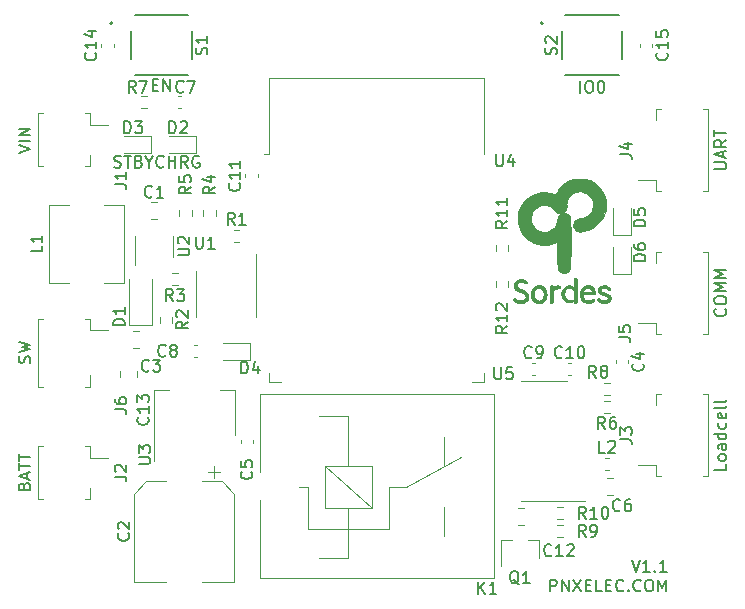
<source format=gbr>
%TF.GenerationSoftware,KiCad,Pcbnew,(5.1.12)-1*%
%TF.CreationDate,2022-08-12T23:07:16+09:00*%
%TF.ProjectId,STAC,53544143-2e6b-4696-9361-645f70636258,rev?*%
%TF.SameCoordinates,Original*%
%TF.FileFunction,Legend,Top*%
%TF.FilePolarity,Positive*%
%FSLAX46Y46*%
G04 Gerber Fmt 4.6, Leading zero omitted, Abs format (unit mm)*
G04 Created by KiCad (PCBNEW (5.1.12)-1) date 2022-08-12 23:07:16*
%MOMM*%
%LPD*%
G01*
G04 APERTURE LIST*
%ADD10C,0.150000*%
%ADD11C,0.010000*%
%ADD12C,0.120000*%
%ADD13C,0.127000*%
%ADD14C,0.200000*%
G04 APERTURE END LIST*
D10*
X125918642Y-90956380D02*
X126251976Y-91956380D01*
X126585309Y-90956380D01*
X127442452Y-91956380D02*
X126871023Y-91956380D01*
X127156738Y-91956380D02*
X127156738Y-90956380D01*
X127061500Y-91099238D01*
X126966261Y-91194476D01*
X126871023Y-91242095D01*
X127871023Y-91861142D02*
X127918642Y-91908761D01*
X127871023Y-91956380D01*
X127823404Y-91908761D01*
X127871023Y-91861142D01*
X127871023Y-91956380D01*
X128871023Y-91956380D02*
X128299595Y-91956380D01*
X128585309Y-91956380D02*
X128585309Y-90956380D01*
X128490071Y-91099238D01*
X128394833Y-91194476D01*
X128299595Y-91242095D01*
X119013880Y-93606380D02*
X119013880Y-92606380D01*
X119394833Y-92606380D01*
X119490071Y-92654000D01*
X119537690Y-92701619D01*
X119585309Y-92796857D01*
X119585309Y-92939714D01*
X119537690Y-93034952D01*
X119490071Y-93082571D01*
X119394833Y-93130190D01*
X119013880Y-93130190D01*
X120013880Y-93606380D02*
X120013880Y-92606380D01*
X120585309Y-93606380D01*
X120585309Y-92606380D01*
X120966261Y-92606380D02*
X121632928Y-93606380D01*
X121632928Y-92606380D02*
X120966261Y-93606380D01*
X122013880Y-93082571D02*
X122347214Y-93082571D01*
X122490071Y-93606380D02*
X122013880Y-93606380D01*
X122013880Y-92606380D01*
X122490071Y-92606380D01*
X123394833Y-93606380D02*
X122918642Y-93606380D01*
X122918642Y-92606380D01*
X123728166Y-93082571D02*
X124061500Y-93082571D01*
X124204357Y-93606380D02*
X123728166Y-93606380D01*
X123728166Y-92606380D01*
X124204357Y-92606380D01*
X125204357Y-93511142D02*
X125156738Y-93558761D01*
X125013880Y-93606380D01*
X124918642Y-93606380D01*
X124775785Y-93558761D01*
X124680547Y-93463523D01*
X124632928Y-93368285D01*
X124585309Y-93177809D01*
X124585309Y-93034952D01*
X124632928Y-92844476D01*
X124680547Y-92749238D01*
X124775785Y-92654000D01*
X124918642Y-92606380D01*
X125013880Y-92606380D01*
X125156738Y-92654000D01*
X125204357Y-92701619D01*
X125632928Y-93511142D02*
X125680547Y-93558761D01*
X125632928Y-93606380D01*
X125585309Y-93558761D01*
X125632928Y-93511142D01*
X125632928Y-93606380D01*
X126680547Y-93511142D02*
X126632928Y-93558761D01*
X126490071Y-93606380D01*
X126394833Y-93606380D01*
X126251976Y-93558761D01*
X126156738Y-93463523D01*
X126109119Y-93368285D01*
X126061500Y-93177809D01*
X126061500Y-93034952D01*
X126109119Y-92844476D01*
X126156738Y-92749238D01*
X126251976Y-92654000D01*
X126394833Y-92606380D01*
X126490071Y-92606380D01*
X126632928Y-92654000D01*
X126680547Y-92701619D01*
X127299595Y-92606380D02*
X127490071Y-92606380D01*
X127585309Y-92654000D01*
X127680547Y-92749238D01*
X127728166Y-92939714D01*
X127728166Y-93273047D01*
X127680547Y-93463523D01*
X127585309Y-93558761D01*
X127490071Y-93606380D01*
X127299595Y-93606380D01*
X127204357Y-93558761D01*
X127109119Y-93463523D01*
X127061500Y-93273047D01*
X127061500Y-92939714D01*
X127109119Y-92749238D01*
X127204357Y-92654000D01*
X127299595Y-92606380D01*
X128156738Y-93606380D02*
X128156738Y-92606380D01*
X128490071Y-93320666D01*
X128823404Y-92606380D01*
X128823404Y-93606380D01*
D11*
%TO.C,G\u002A\u002A\u002A*%
G36*
X121674641Y-58657676D02*
G01*
X121747329Y-58659436D01*
X121805063Y-58662196D01*
X121842798Y-58665989D01*
X121843800Y-58666159D01*
X121954813Y-58688079D01*
X122069112Y-58715286D01*
X122179514Y-58745797D01*
X122278836Y-58777632D01*
X122358150Y-58808053D01*
X122519252Y-58882415D01*
X122661694Y-58959482D01*
X122792165Y-59043555D01*
X122917355Y-59138933D01*
X123040388Y-59246612D01*
X123205487Y-59416399D01*
X123350435Y-59601044D01*
X123474398Y-59799050D01*
X123576539Y-60008921D01*
X123656026Y-60229162D01*
X123709601Y-60445650D01*
X123720102Y-60498116D01*
X123730957Y-60550092D01*
X123736617Y-60576007D01*
X123741301Y-60611274D01*
X123744803Y-60666577D01*
X123747133Y-60736580D01*
X123748304Y-60815947D01*
X123748328Y-60899343D01*
X123747218Y-60981430D01*
X123744983Y-61056874D01*
X123741638Y-61120337D01*
X123737193Y-61166486D01*
X123735272Y-61178106D01*
X123724359Y-61233063D01*
X123712570Y-61292988D01*
X123708156Y-61315600D01*
X123655842Y-61523653D01*
X123579590Y-61731911D01*
X123511649Y-61878788D01*
X123396462Y-62080434D01*
X123260262Y-62269118D01*
X123104842Y-62443057D01*
X122931996Y-62600468D01*
X122743517Y-62739568D01*
X122541200Y-62858575D01*
X122509739Y-62874598D01*
X122433272Y-62910095D01*
X122345688Y-62946425D01*
X122254267Y-62980925D01*
X122166289Y-63010927D01*
X122089036Y-63033768D01*
X122048799Y-63043352D01*
X121939609Y-63066046D01*
X121852157Y-63085003D01*
X121783183Y-63100975D01*
X121729424Y-63114715D01*
X121691400Y-63125781D01*
X121621318Y-63140578D01*
X121539603Y-63146837D01*
X121456533Y-63144554D01*
X121382385Y-63133726D01*
X121354165Y-63125895D01*
X121247733Y-63077485D01*
X121156599Y-63011007D01*
X121082046Y-62929511D01*
X121025357Y-62836042D01*
X120987813Y-62733648D01*
X120970697Y-62625376D01*
X120975292Y-62514273D01*
X121002880Y-62403385D01*
X121026475Y-62347364D01*
X121074261Y-62270611D01*
X121138277Y-62199373D01*
X121213045Y-62137892D01*
X121293089Y-62090409D01*
X121372932Y-62061165D01*
X121403247Y-62055567D01*
X121441580Y-62047415D01*
X121471041Y-62035445D01*
X121475965Y-62031964D01*
X121496468Y-62023554D01*
X121535780Y-62014651D01*
X121587375Y-62006566D01*
X121622015Y-62002605D01*
X121728860Y-61989018D01*
X121820594Y-61969658D01*
X121907316Y-61941828D01*
X121999128Y-61902830D01*
X122003735Y-61900679D01*
X122151931Y-61818697D01*
X122281118Y-61720159D01*
X122392464Y-61603925D01*
X122487142Y-61468857D01*
X122532908Y-61385382D01*
X122598059Y-61228205D01*
X122638740Y-61066800D01*
X122655068Y-60903326D01*
X122647157Y-60739938D01*
X122615124Y-60578792D01*
X122559084Y-60422046D01*
X122479153Y-60271855D01*
X122472657Y-60261629D01*
X122373589Y-60130483D01*
X122256027Y-60015116D01*
X122122855Y-59917587D01*
X121976955Y-59839955D01*
X121821210Y-59784277D01*
X121794363Y-59777243D01*
X121628976Y-59748957D01*
X121463018Y-59745439D01*
X121298950Y-59766240D01*
X121139237Y-59810911D01*
X120986340Y-59879000D01*
X120878600Y-59944495D01*
X120782524Y-60021057D01*
X120688602Y-60115783D01*
X120602746Y-60221720D01*
X120530873Y-60331911D01*
X120501028Y-60388500D01*
X120465419Y-60472476D01*
X120436362Y-60560701D01*
X120414775Y-60648239D01*
X120401575Y-60730157D01*
X120397679Y-60801522D01*
X120404005Y-60857400D01*
X120410369Y-60876042D01*
X120417908Y-60908004D01*
X120415144Y-60930615D01*
X120410548Y-60952990D01*
X120406232Y-60993753D01*
X120402850Y-61045892D01*
X120401707Y-61074300D01*
X120391937Y-61180406D01*
X120368081Y-61270354D01*
X120327200Y-61350810D01*
X120266353Y-61428438D01*
X120228223Y-61467596D01*
X120149451Y-61544200D01*
X120211555Y-61544200D01*
X120258652Y-61548725D01*
X120314324Y-61560384D01*
X120350704Y-61571323D01*
X120462379Y-61622672D01*
X120556013Y-61691517D01*
X120631006Y-61777317D01*
X120683041Y-61870816D01*
X120701933Y-61913335D01*
X120718328Y-61948819D01*
X120726976Y-61966302D01*
X120728449Y-61981547D01*
X120729822Y-62020565D01*
X120731096Y-62081727D01*
X120732271Y-62163407D01*
X120733347Y-62263978D01*
X120734323Y-62381812D01*
X120735200Y-62515281D01*
X120735978Y-62662759D01*
X120736657Y-62822617D01*
X120737237Y-62993229D01*
X120737718Y-63172967D01*
X120738100Y-63360204D01*
X120738384Y-63553313D01*
X120738568Y-63750665D01*
X120738654Y-63950634D01*
X120738642Y-64151593D01*
X120738531Y-64351914D01*
X120738322Y-64549969D01*
X120738014Y-64744132D01*
X120737608Y-64932774D01*
X120737103Y-65114269D01*
X120736501Y-65286989D01*
X120735800Y-65449308D01*
X120735001Y-65599596D01*
X120734104Y-65736228D01*
X120733110Y-65857575D01*
X120732017Y-65962011D01*
X120730827Y-66047908D01*
X120729538Y-66113639D01*
X120728153Y-66157576D01*
X120726808Y-66177236D01*
X120699786Y-66282391D01*
X120651800Y-66381645D01*
X120586254Y-66470299D01*
X120506552Y-66543656D01*
X120425970Y-66592507D01*
X120383538Y-66612632D01*
X120347962Y-66629652D01*
X120329497Y-66638628D01*
X120306612Y-66643913D01*
X120267202Y-66647407D01*
X120217789Y-66649150D01*
X120164896Y-66649182D01*
X120115044Y-66647544D01*
X120074756Y-66644274D01*
X120050553Y-66639413D01*
X120046750Y-66636900D01*
X120028586Y-66625593D01*
X120017425Y-66623925D01*
X119975092Y-66613783D01*
X119923084Y-66586992D01*
X119866412Y-66547625D01*
X119810084Y-66499759D01*
X119759111Y-66447469D01*
X119718501Y-66394830D01*
X119702779Y-66367958D01*
X119691038Y-66345150D01*
X119680720Y-66324750D01*
X119671734Y-66305045D01*
X119663988Y-66284324D01*
X119657389Y-66260877D01*
X119651845Y-66232993D01*
X119647265Y-66198959D01*
X119643556Y-66157064D01*
X119640626Y-66105598D01*
X119638383Y-66042849D01*
X119636736Y-65967106D01*
X119635591Y-65876657D01*
X119634857Y-65769792D01*
X119634442Y-65644799D01*
X119634254Y-65499966D01*
X119634201Y-65333584D01*
X119634191Y-65143939D01*
X119634184Y-65092791D01*
X119634073Y-64927410D01*
X119633803Y-64769348D01*
X119633387Y-64620443D01*
X119632837Y-64482535D01*
X119632168Y-64357462D01*
X119631390Y-64247062D01*
X119630517Y-64153174D01*
X119629562Y-64077637D01*
X119628537Y-64022288D01*
X119627454Y-63988966D01*
X119626516Y-63979350D01*
X119612762Y-63981558D01*
X119582012Y-63993660D01*
X119539592Y-64013428D01*
X119513377Y-64026678D01*
X119400694Y-64079815D01*
X119275104Y-64130078D01*
X119146896Y-64173735D01*
X119026362Y-64207052D01*
X118999000Y-64213250D01*
X118812530Y-64244260D01*
X118617011Y-64260098D01*
X118418679Y-64260927D01*
X118223776Y-64246910D01*
X118038539Y-64218211D01*
X117900566Y-64184518D01*
X117675478Y-64105881D01*
X117461261Y-64004752D01*
X117259447Y-63882258D01*
X117071567Y-63739527D01*
X116899151Y-63577686D01*
X116743730Y-63397864D01*
X116643746Y-63258700D01*
X116570864Y-63138259D01*
X116501525Y-63003872D01*
X116439199Y-62863408D01*
X116387356Y-62724742D01*
X116349466Y-62595745D01*
X116347028Y-62585600D01*
X116336910Y-62543007D01*
X116327890Y-62505606D01*
X116325704Y-62496700D01*
X116314279Y-62437480D01*
X116304188Y-62360373D01*
X116295666Y-62270639D01*
X116288952Y-62173538D01*
X116284281Y-62074329D01*
X116282814Y-62015359D01*
X117373315Y-62015359D01*
X117382107Y-62166479D01*
X117412362Y-62318206D01*
X117462850Y-62466568D01*
X117532341Y-62607596D01*
X117619609Y-62737320D01*
X117676858Y-62804708D01*
X117782604Y-62905758D01*
X117898455Y-62990133D01*
X118027989Y-63059821D01*
X118174789Y-63116810D01*
X118306850Y-63154540D01*
X118367396Y-63164156D01*
X118444891Y-63168534D01*
X118531466Y-63167861D01*
X118619256Y-63162326D01*
X118700394Y-63152117D01*
X118741333Y-63144123D01*
X118898380Y-63098461D01*
X119038504Y-63036663D01*
X119166190Y-62956258D01*
X119285924Y-62854775D01*
X119310188Y-62830847D01*
X119404614Y-62721193D01*
X119485657Y-62598235D01*
X119551172Y-62466801D01*
X119599015Y-62331716D01*
X119627039Y-62197804D01*
X119633753Y-62103000D01*
X119645748Y-61982114D01*
X119680471Y-61872497D01*
X119738112Y-61773702D01*
X119807543Y-61695743D01*
X119840375Y-61663982D01*
X119864446Y-61639343D01*
X119875134Y-61626581D01*
X119875300Y-61626031D01*
X119863963Y-61622618D01*
X119835397Y-61620618D01*
X119820247Y-61620400D01*
X119723780Y-61608169D01*
X119628024Y-61573036D01*
X119536523Y-61517341D01*
X119452815Y-61443425D01*
X119380443Y-61353628D01*
X119354945Y-61312895D01*
X119293155Y-61228761D01*
X119209276Y-61149564D01*
X119106439Y-61077239D01*
X118987778Y-61013722D01*
X118856424Y-60960947D01*
X118723259Y-60922648D01*
X118669692Y-60914452D01*
X118598615Y-60909674D01*
X118517676Y-60908242D01*
X118434524Y-60910089D01*
X118356807Y-60915145D01*
X118292176Y-60923340D01*
X118275100Y-60926704D01*
X118110966Y-60975638D01*
X117959581Y-61045845D01*
X117822282Y-61135908D01*
X117700405Y-61244407D01*
X117595287Y-61369924D01*
X117508266Y-61511042D01*
X117440677Y-61666340D01*
X117393857Y-61834402D01*
X117387212Y-61868814D01*
X117373315Y-62015359D01*
X116282814Y-62015359D01*
X116281891Y-61978272D01*
X116282018Y-61890627D01*
X116284900Y-61816654D01*
X116290773Y-61761613D01*
X116292242Y-61753750D01*
X116301086Y-61710276D01*
X116312592Y-61652988D01*
X116324530Y-61592993D01*
X116326644Y-61582300D01*
X116383219Y-61360084D01*
X116462644Y-61146854D01*
X116563512Y-60944065D01*
X116684414Y-60753173D01*
X116823944Y-60575632D01*
X116980692Y-60412898D01*
X117153253Y-60266426D01*
X117340217Y-60137672D01*
X117540176Y-60028091D01*
X117751724Y-59939139D01*
X117973453Y-59872270D01*
X117983000Y-59869959D01*
X118218688Y-59825655D01*
X118451893Y-59806484D01*
X118683642Y-59812425D01*
X118914962Y-59843455D01*
X118943973Y-59849112D01*
X119032149Y-59869466D01*
X119127507Y-59895791D01*
X119222017Y-59925556D01*
X119307649Y-59956231D01*
X119376371Y-59985283D01*
X119377171Y-59985664D01*
X119417207Y-60003866D01*
X119447182Y-60015766D01*
X119460934Y-60018931D01*
X119461105Y-60018794D01*
X119468145Y-60006132D01*
X119484087Y-59975474D01*
X119506493Y-59931555D01*
X119530439Y-59884069D01*
X119649849Y-59673008D01*
X119787007Y-59479988D01*
X119941419Y-59305373D01*
X120112594Y-59149528D01*
X120300037Y-59012817D01*
X120503258Y-58895605D01*
X120721762Y-58798257D01*
X120955056Y-58721138D01*
X121170700Y-58670583D01*
X121206867Y-58666269D01*
X121263381Y-58662722D01*
X121335199Y-58659978D01*
X121417277Y-58658068D01*
X121504571Y-58657025D01*
X121592041Y-58656884D01*
X121674641Y-58657676D01*
G37*
X121674641Y-58657676D02*
X121747329Y-58659436D01*
X121805063Y-58662196D01*
X121842798Y-58665989D01*
X121843800Y-58666159D01*
X121954813Y-58688079D01*
X122069112Y-58715286D01*
X122179514Y-58745797D01*
X122278836Y-58777632D01*
X122358150Y-58808053D01*
X122519252Y-58882415D01*
X122661694Y-58959482D01*
X122792165Y-59043555D01*
X122917355Y-59138933D01*
X123040388Y-59246612D01*
X123205487Y-59416399D01*
X123350435Y-59601044D01*
X123474398Y-59799050D01*
X123576539Y-60008921D01*
X123656026Y-60229162D01*
X123709601Y-60445650D01*
X123720102Y-60498116D01*
X123730957Y-60550092D01*
X123736617Y-60576007D01*
X123741301Y-60611274D01*
X123744803Y-60666577D01*
X123747133Y-60736580D01*
X123748304Y-60815947D01*
X123748328Y-60899343D01*
X123747218Y-60981430D01*
X123744983Y-61056874D01*
X123741638Y-61120337D01*
X123737193Y-61166486D01*
X123735272Y-61178106D01*
X123724359Y-61233063D01*
X123712570Y-61292988D01*
X123708156Y-61315600D01*
X123655842Y-61523653D01*
X123579590Y-61731911D01*
X123511649Y-61878788D01*
X123396462Y-62080434D01*
X123260262Y-62269118D01*
X123104842Y-62443057D01*
X122931996Y-62600468D01*
X122743517Y-62739568D01*
X122541200Y-62858575D01*
X122509739Y-62874598D01*
X122433272Y-62910095D01*
X122345688Y-62946425D01*
X122254267Y-62980925D01*
X122166289Y-63010927D01*
X122089036Y-63033768D01*
X122048799Y-63043352D01*
X121939609Y-63066046D01*
X121852157Y-63085003D01*
X121783183Y-63100975D01*
X121729424Y-63114715D01*
X121691400Y-63125781D01*
X121621318Y-63140578D01*
X121539603Y-63146837D01*
X121456533Y-63144554D01*
X121382385Y-63133726D01*
X121354165Y-63125895D01*
X121247733Y-63077485D01*
X121156599Y-63011007D01*
X121082046Y-62929511D01*
X121025357Y-62836042D01*
X120987813Y-62733648D01*
X120970697Y-62625376D01*
X120975292Y-62514273D01*
X121002880Y-62403385D01*
X121026475Y-62347364D01*
X121074261Y-62270611D01*
X121138277Y-62199373D01*
X121213045Y-62137892D01*
X121293089Y-62090409D01*
X121372932Y-62061165D01*
X121403247Y-62055567D01*
X121441580Y-62047415D01*
X121471041Y-62035445D01*
X121475965Y-62031964D01*
X121496468Y-62023554D01*
X121535780Y-62014651D01*
X121587375Y-62006566D01*
X121622015Y-62002605D01*
X121728860Y-61989018D01*
X121820594Y-61969658D01*
X121907316Y-61941828D01*
X121999128Y-61902830D01*
X122003735Y-61900679D01*
X122151931Y-61818697D01*
X122281118Y-61720159D01*
X122392464Y-61603925D01*
X122487142Y-61468857D01*
X122532908Y-61385382D01*
X122598059Y-61228205D01*
X122638740Y-61066800D01*
X122655068Y-60903326D01*
X122647157Y-60739938D01*
X122615124Y-60578792D01*
X122559084Y-60422046D01*
X122479153Y-60271855D01*
X122472657Y-60261629D01*
X122373589Y-60130483D01*
X122256027Y-60015116D01*
X122122855Y-59917587D01*
X121976955Y-59839955D01*
X121821210Y-59784277D01*
X121794363Y-59777243D01*
X121628976Y-59748957D01*
X121463018Y-59745439D01*
X121298950Y-59766240D01*
X121139237Y-59810911D01*
X120986340Y-59879000D01*
X120878600Y-59944495D01*
X120782524Y-60021057D01*
X120688602Y-60115783D01*
X120602746Y-60221720D01*
X120530873Y-60331911D01*
X120501028Y-60388500D01*
X120465419Y-60472476D01*
X120436362Y-60560701D01*
X120414775Y-60648239D01*
X120401575Y-60730157D01*
X120397679Y-60801522D01*
X120404005Y-60857400D01*
X120410369Y-60876042D01*
X120417908Y-60908004D01*
X120415144Y-60930615D01*
X120410548Y-60952990D01*
X120406232Y-60993753D01*
X120402850Y-61045892D01*
X120401707Y-61074300D01*
X120391937Y-61180406D01*
X120368081Y-61270354D01*
X120327200Y-61350810D01*
X120266353Y-61428438D01*
X120228223Y-61467596D01*
X120149451Y-61544200D01*
X120211555Y-61544200D01*
X120258652Y-61548725D01*
X120314324Y-61560384D01*
X120350704Y-61571323D01*
X120462379Y-61622672D01*
X120556013Y-61691517D01*
X120631006Y-61777317D01*
X120683041Y-61870816D01*
X120701933Y-61913335D01*
X120718328Y-61948819D01*
X120726976Y-61966302D01*
X120728449Y-61981547D01*
X120729822Y-62020565D01*
X120731096Y-62081727D01*
X120732271Y-62163407D01*
X120733347Y-62263978D01*
X120734323Y-62381812D01*
X120735200Y-62515281D01*
X120735978Y-62662759D01*
X120736657Y-62822617D01*
X120737237Y-62993229D01*
X120737718Y-63172967D01*
X120738100Y-63360204D01*
X120738384Y-63553313D01*
X120738568Y-63750665D01*
X120738654Y-63950634D01*
X120738642Y-64151593D01*
X120738531Y-64351914D01*
X120738322Y-64549969D01*
X120738014Y-64744132D01*
X120737608Y-64932774D01*
X120737103Y-65114269D01*
X120736501Y-65286989D01*
X120735800Y-65449308D01*
X120735001Y-65599596D01*
X120734104Y-65736228D01*
X120733110Y-65857575D01*
X120732017Y-65962011D01*
X120730827Y-66047908D01*
X120729538Y-66113639D01*
X120728153Y-66157576D01*
X120726808Y-66177236D01*
X120699786Y-66282391D01*
X120651800Y-66381645D01*
X120586254Y-66470299D01*
X120506552Y-66543656D01*
X120425970Y-66592507D01*
X120383538Y-66612632D01*
X120347962Y-66629652D01*
X120329497Y-66638628D01*
X120306612Y-66643913D01*
X120267202Y-66647407D01*
X120217789Y-66649150D01*
X120164896Y-66649182D01*
X120115044Y-66647544D01*
X120074756Y-66644274D01*
X120050553Y-66639413D01*
X120046750Y-66636900D01*
X120028586Y-66625593D01*
X120017425Y-66623925D01*
X119975092Y-66613783D01*
X119923084Y-66586992D01*
X119866412Y-66547625D01*
X119810084Y-66499759D01*
X119759111Y-66447469D01*
X119718501Y-66394830D01*
X119702779Y-66367958D01*
X119691038Y-66345150D01*
X119680720Y-66324750D01*
X119671734Y-66305045D01*
X119663988Y-66284324D01*
X119657389Y-66260877D01*
X119651845Y-66232993D01*
X119647265Y-66198959D01*
X119643556Y-66157064D01*
X119640626Y-66105598D01*
X119638383Y-66042849D01*
X119636736Y-65967106D01*
X119635591Y-65876657D01*
X119634857Y-65769792D01*
X119634442Y-65644799D01*
X119634254Y-65499966D01*
X119634201Y-65333584D01*
X119634191Y-65143939D01*
X119634184Y-65092791D01*
X119634073Y-64927410D01*
X119633803Y-64769348D01*
X119633387Y-64620443D01*
X119632837Y-64482535D01*
X119632168Y-64357462D01*
X119631390Y-64247062D01*
X119630517Y-64153174D01*
X119629562Y-64077637D01*
X119628537Y-64022288D01*
X119627454Y-63988966D01*
X119626516Y-63979350D01*
X119612762Y-63981558D01*
X119582012Y-63993660D01*
X119539592Y-64013428D01*
X119513377Y-64026678D01*
X119400694Y-64079815D01*
X119275104Y-64130078D01*
X119146896Y-64173735D01*
X119026362Y-64207052D01*
X118999000Y-64213250D01*
X118812530Y-64244260D01*
X118617011Y-64260098D01*
X118418679Y-64260927D01*
X118223776Y-64246910D01*
X118038539Y-64218211D01*
X117900566Y-64184518D01*
X117675478Y-64105881D01*
X117461261Y-64004752D01*
X117259447Y-63882258D01*
X117071567Y-63739527D01*
X116899151Y-63577686D01*
X116743730Y-63397864D01*
X116643746Y-63258700D01*
X116570864Y-63138259D01*
X116501525Y-63003872D01*
X116439199Y-62863408D01*
X116387356Y-62724742D01*
X116349466Y-62595745D01*
X116347028Y-62585600D01*
X116336910Y-62543007D01*
X116327890Y-62505606D01*
X116325704Y-62496700D01*
X116314279Y-62437480D01*
X116304188Y-62360373D01*
X116295666Y-62270639D01*
X116288952Y-62173538D01*
X116284281Y-62074329D01*
X116282814Y-62015359D01*
X117373315Y-62015359D01*
X117382107Y-62166479D01*
X117412362Y-62318206D01*
X117462850Y-62466568D01*
X117532341Y-62607596D01*
X117619609Y-62737320D01*
X117676858Y-62804708D01*
X117782604Y-62905758D01*
X117898455Y-62990133D01*
X118027989Y-63059821D01*
X118174789Y-63116810D01*
X118306850Y-63154540D01*
X118367396Y-63164156D01*
X118444891Y-63168534D01*
X118531466Y-63167861D01*
X118619256Y-63162326D01*
X118700394Y-63152117D01*
X118741333Y-63144123D01*
X118898380Y-63098461D01*
X119038504Y-63036663D01*
X119166190Y-62956258D01*
X119285924Y-62854775D01*
X119310188Y-62830847D01*
X119404614Y-62721193D01*
X119485657Y-62598235D01*
X119551172Y-62466801D01*
X119599015Y-62331716D01*
X119627039Y-62197804D01*
X119633753Y-62103000D01*
X119645748Y-61982114D01*
X119680471Y-61872497D01*
X119738112Y-61773702D01*
X119807543Y-61695743D01*
X119840375Y-61663982D01*
X119864446Y-61639343D01*
X119875134Y-61626581D01*
X119875300Y-61626031D01*
X119863963Y-61622618D01*
X119835397Y-61620618D01*
X119820247Y-61620400D01*
X119723780Y-61608169D01*
X119628024Y-61573036D01*
X119536523Y-61517341D01*
X119452815Y-61443425D01*
X119380443Y-61353628D01*
X119354945Y-61312895D01*
X119293155Y-61228761D01*
X119209276Y-61149564D01*
X119106439Y-61077239D01*
X118987778Y-61013722D01*
X118856424Y-60960947D01*
X118723259Y-60922648D01*
X118669692Y-60914452D01*
X118598615Y-60909674D01*
X118517676Y-60908242D01*
X118434524Y-60910089D01*
X118356807Y-60915145D01*
X118292176Y-60923340D01*
X118275100Y-60926704D01*
X118110966Y-60975638D01*
X117959581Y-61045845D01*
X117822282Y-61135908D01*
X117700405Y-61244407D01*
X117595287Y-61369924D01*
X117508266Y-61511042D01*
X117440677Y-61666340D01*
X117393857Y-61834402D01*
X117387212Y-61868814D01*
X117373315Y-62015359D01*
X116282814Y-62015359D01*
X116281891Y-61978272D01*
X116282018Y-61890627D01*
X116284900Y-61816654D01*
X116290773Y-61761613D01*
X116292242Y-61753750D01*
X116301086Y-61710276D01*
X116312592Y-61652988D01*
X116324530Y-61592993D01*
X116326644Y-61582300D01*
X116383219Y-61360084D01*
X116462644Y-61146854D01*
X116563512Y-60944065D01*
X116684414Y-60753173D01*
X116823944Y-60575632D01*
X116980692Y-60412898D01*
X117153253Y-60266426D01*
X117340217Y-60137672D01*
X117540176Y-60028091D01*
X117751724Y-59939139D01*
X117973453Y-59872270D01*
X117983000Y-59869959D01*
X118218688Y-59825655D01*
X118451893Y-59806484D01*
X118683642Y-59812425D01*
X118914962Y-59843455D01*
X118943973Y-59849112D01*
X119032149Y-59869466D01*
X119127507Y-59895791D01*
X119222017Y-59925556D01*
X119307649Y-59956231D01*
X119376371Y-59985283D01*
X119377171Y-59985664D01*
X119417207Y-60003866D01*
X119447182Y-60015766D01*
X119460934Y-60018931D01*
X119461105Y-60018794D01*
X119468145Y-60006132D01*
X119484087Y-59975474D01*
X119506493Y-59931555D01*
X119530439Y-59884069D01*
X119649849Y-59673008D01*
X119787007Y-59479988D01*
X119941419Y-59305373D01*
X120112594Y-59149528D01*
X120300037Y-59012817D01*
X120503258Y-58895605D01*
X120721762Y-58798257D01*
X120955056Y-58721138D01*
X121170700Y-58670583D01*
X121206867Y-58666269D01*
X121263381Y-58662722D01*
X121335199Y-58659978D01*
X121417277Y-58658068D01*
X121504571Y-58657025D01*
X121592041Y-58656884D01*
X121674641Y-58657676D01*
G36*
X121207009Y-67103758D02*
G01*
X121217616Y-67112050D01*
X121253250Y-67142700D01*
X121253250Y-69128299D01*
X121217616Y-69158949D01*
X121169908Y-69185196D01*
X121118782Y-69187298D01*
X121068524Y-69165315D01*
X121057374Y-69156721D01*
X121018300Y-69123842D01*
X121018300Y-68117887D01*
X120951625Y-68053355D01*
X120883832Y-67994971D01*
X120818942Y-67956609D01*
X120749438Y-67935127D01*
X120667804Y-67927381D01*
X120650000Y-67927203D01*
X120547196Y-67936327D01*
X120459042Y-67964485D01*
X120381906Y-68013078D01*
X120348246Y-68043553D01*
X120291465Y-68113045D01*
X120252298Y-68192154D01*
X120228992Y-68285350D01*
X120220804Y-68368462D01*
X120223226Y-68499377D01*
X120243875Y-68614194D01*
X120282459Y-68712280D01*
X120338691Y-68793004D01*
X120412280Y-68855733D01*
X120454718Y-68879773D01*
X120536581Y-68906803D01*
X120636336Y-68916457D01*
X120754295Y-68908760D01*
X120780615Y-68905062D01*
X120823369Y-68899638D01*
X120850092Y-68900723D01*
X120869665Y-68909867D01*
X120885390Y-68923313D01*
X120911387Y-68963163D01*
X120914264Y-69008166D01*
X120898187Y-69045279D01*
X120864091Y-69075315D01*
X120810363Y-69100659D01*
X120742499Y-69120297D01*
X120665999Y-69133218D01*
X120586361Y-69138408D01*
X120509084Y-69134857D01*
X120457991Y-69126318D01*
X120340162Y-69086636D01*
X120235516Y-69026167D01*
X120145798Y-68946802D01*
X120072750Y-68850429D01*
X120018114Y-68738940D01*
X119983634Y-68614223D01*
X119983107Y-68611297D01*
X119967496Y-68467232D01*
X119972170Y-68330229D01*
X119995824Y-68202099D01*
X120037150Y-68084651D01*
X120094843Y-67979694D01*
X120167595Y-67889037D01*
X120254100Y-67814489D01*
X120353051Y-67757860D01*
X120463143Y-67720958D01*
X120583069Y-67705594D01*
X120636818Y-67706034D01*
X120697622Y-67710422D01*
X120744532Y-67718680D01*
X120789034Y-67733712D01*
X120841266Y-67757761D01*
X120891880Y-67784347D01*
X120938928Y-67811957D01*
X120973353Y-67835229D01*
X120977025Y-67838143D01*
X121018300Y-67872055D01*
X121018300Y-67147157D01*
X121057374Y-67114278D01*
X121106814Y-67086680D01*
X121158120Y-67083154D01*
X121207009Y-67103758D01*
G37*
X121207009Y-67103758D02*
X121217616Y-67112050D01*
X121253250Y-67142700D01*
X121253250Y-69128299D01*
X121217616Y-69158949D01*
X121169908Y-69185196D01*
X121118782Y-69187298D01*
X121068524Y-69165315D01*
X121057374Y-69156721D01*
X121018300Y-69123842D01*
X121018300Y-68117887D01*
X120951625Y-68053355D01*
X120883832Y-67994971D01*
X120818942Y-67956609D01*
X120749438Y-67935127D01*
X120667804Y-67927381D01*
X120650000Y-67927203D01*
X120547196Y-67936327D01*
X120459042Y-67964485D01*
X120381906Y-68013078D01*
X120348246Y-68043553D01*
X120291465Y-68113045D01*
X120252298Y-68192154D01*
X120228992Y-68285350D01*
X120220804Y-68368462D01*
X120223226Y-68499377D01*
X120243875Y-68614194D01*
X120282459Y-68712280D01*
X120338691Y-68793004D01*
X120412280Y-68855733D01*
X120454718Y-68879773D01*
X120536581Y-68906803D01*
X120636336Y-68916457D01*
X120754295Y-68908760D01*
X120780615Y-68905062D01*
X120823369Y-68899638D01*
X120850092Y-68900723D01*
X120869665Y-68909867D01*
X120885390Y-68923313D01*
X120911387Y-68963163D01*
X120914264Y-69008166D01*
X120898187Y-69045279D01*
X120864091Y-69075315D01*
X120810363Y-69100659D01*
X120742499Y-69120297D01*
X120665999Y-69133218D01*
X120586361Y-69138408D01*
X120509084Y-69134857D01*
X120457991Y-69126318D01*
X120340162Y-69086636D01*
X120235516Y-69026167D01*
X120145798Y-68946802D01*
X120072750Y-68850429D01*
X120018114Y-68738940D01*
X119983634Y-68614223D01*
X119983107Y-68611297D01*
X119967496Y-68467232D01*
X119972170Y-68330229D01*
X119995824Y-68202099D01*
X120037150Y-68084651D01*
X120094843Y-67979694D01*
X120167595Y-67889037D01*
X120254100Y-67814489D01*
X120353051Y-67757860D01*
X120463143Y-67720958D01*
X120583069Y-67705594D01*
X120636818Y-67706034D01*
X120697622Y-67710422D01*
X120744532Y-67718680D01*
X120789034Y-67733712D01*
X120841266Y-67757761D01*
X120891880Y-67784347D01*
X120938928Y-67811957D01*
X120973353Y-67835229D01*
X120977025Y-67838143D01*
X121018300Y-67872055D01*
X121018300Y-67147157D01*
X121057374Y-67114278D01*
X121106814Y-67086680D01*
X121158120Y-67083154D01*
X121207009Y-67103758D01*
G36*
X119162010Y-67711103D02*
G01*
X119199095Y-67736832D01*
X119203176Y-67740823D01*
X119225127Y-67766317D01*
X119236267Y-67792583D01*
X119240062Y-67829825D01*
X119240300Y-67850146D01*
X119240300Y-67922347D01*
X119298277Y-67857861D01*
X119378445Y-67787023D01*
X119471609Y-67737753D01*
X119576293Y-67710746D01*
X119620175Y-67706383D01*
X119699149Y-67706837D01*
X119758315Y-67719409D01*
X119800799Y-67745293D01*
X119829727Y-67785686D01*
X119830233Y-67786743D01*
X119843845Y-67838432D01*
X119832650Y-67884995D01*
X119804758Y-67920249D01*
X119785110Y-67934683D01*
X119758578Y-67944805D01*
X119719160Y-67952158D01*
X119660853Y-67958287D01*
X119654908Y-67958795D01*
X119563116Y-67970838D01*
X119493439Y-67989446D01*
X119476466Y-67996561D01*
X119405019Y-68043821D01*
X119344347Y-68112095D01*
X119296169Y-68198666D01*
X119262204Y-68300819D01*
X119251972Y-68351400D01*
X119248884Y-68382816D01*
X119246102Y-68435447D01*
X119243744Y-68505108D01*
X119241925Y-68587614D01*
X119240763Y-68678782D01*
X119240373Y-68768301D01*
X119240300Y-69115353D01*
X119203176Y-69152476D01*
X119165956Y-69180442D01*
X119124711Y-69189526D01*
X119119650Y-69189600D01*
X119077289Y-69182196D01*
X119040204Y-69156467D01*
X119036123Y-69152476D01*
X118999000Y-69115353D01*
X118999000Y-67777946D01*
X119036123Y-67740823D01*
X119073343Y-67712857D01*
X119114588Y-67703773D01*
X119119650Y-67703700D01*
X119162010Y-67711103D01*
G37*
X119162010Y-67711103D02*
X119199095Y-67736832D01*
X119203176Y-67740823D01*
X119225127Y-67766317D01*
X119236267Y-67792583D01*
X119240062Y-67829825D01*
X119240300Y-67850146D01*
X119240300Y-67922347D01*
X119298277Y-67857861D01*
X119378445Y-67787023D01*
X119471609Y-67737753D01*
X119576293Y-67710746D01*
X119620175Y-67706383D01*
X119699149Y-67706837D01*
X119758315Y-67719409D01*
X119800799Y-67745293D01*
X119829727Y-67785686D01*
X119830233Y-67786743D01*
X119843845Y-67838432D01*
X119832650Y-67884995D01*
X119804758Y-67920249D01*
X119785110Y-67934683D01*
X119758578Y-67944805D01*
X119719160Y-67952158D01*
X119660853Y-67958287D01*
X119654908Y-67958795D01*
X119563116Y-67970838D01*
X119493439Y-67989446D01*
X119476466Y-67996561D01*
X119405019Y-68043821D01*
X119344347Y-68112095D01*
X119296169Y-68198666D01*
X119262204Y-68300819D01*
X119251972Y-68351400D01*
X119248884Y-68382816D01*
X119246102Y-68435447D01*
X119243744Y-68505108D01*
X119241925Y-68587614D01*
X119240763Y-68678782D01*
X119240373Y-68768301D01*
X119240300Y-69115353D01*
X119203176Y-69152476D01*
X119165956Y-69180442D01*
X119124711Y-69189526D01*
X119119650Y-69189600D01*
X119077289Y-69182196D01*
X119040204Y-69156467D01*
X119036123Y-69152476D01*
X118999000Y-69115353D01*
X118999000Y-67777946D01*
X119036123Y-67740823D01*
X119073343Y-67712857D01*
X119114588Y-67703773D01*
X119119650Y-67703700D01*
X119162010Y-67711103D01*
G36*
X123686596Y-67701745D02*
G01*
X123794512Y-67730462D01*
X123865255Y-67760740D01*
X123939353Y-67804615D01*
X123999490Y-67853538D01*
X124043924Y-67904748D01*
X124070914Y-67955484D01*
X124078718Y-68002986D01*
X124065595Y-68044493D01*
X124053600Y-68059300D01*
X124014206Y-68082578D01*
X123966881Y-68082025D01*
X123912239Y-68057729D01*
X123879351Y-68034326D01*
X123805664Y-67980498D01*
X123739718Y-67944448D01*
X123674358Y-67923378D01*
X123602432Y-67914491D01*
X123571000Y-67913722D01*
X123486728Y-67917334D01*
X123421260Y-67929854D01*
X123369079Y-67952860D01*
X123330146Y-67982682D01*
X123305642Y-68009918D01*
X123294347Y-68038497D01*
X123291600Y-68080261D01*
X123291600Y-68080619D01*
X123294546Y-68121083D01*
X123305144Y-68155155D01*
X123326030Y-68184715D01*
X123359843Y-68211645D01*
X123409218Y-68237824D01*
X123476794Y-68265132D01*
X123565208Y-68295449D01*
X123615450Y-68311505D01*
X123740893Y-68353855D01*
X123843880Y-68395445D01*
X123927230Y-68438003D01*
X123993764Y-68483254D01*
X124046303Y-68532927D01*
X124087667Y-68588747D01*
X124098454Y-68607193D01*
X124118246Y-68646294D01*
X124129657Y-68680959D01*
X124134891Y-68721102D01*
X124136149Y-68776639D01*
X124136150Y-68776850D01*
X124126445Y-68877242D01*
X124096896Y-68963397D01*
X124046847Y-69036045D01*
X123975643Y-69095919D01*
X123882632Y-69143750D01*
X123777490Y-69177682D01*
X123673449Y-69195821D01*
X123558964Y-69201582D01*
X123445081Y-69194980D01*
X123346997Y-69177135D01*
X123248863Y-69145187D01*
X123163413Y-69104968D01*
X123094334Y-69058711D01*
X123045308Y-69008649D01*
X123030793Y-68985517D01*
X123013797Y-68932716D01*
X123015842Y-68882333D01*
X123036406Y-68841564D01*
X123041593Y-68836213D01*
X123082555Y-68811792D01*
X123129479Y-68810725D01*
X123183535Y-68833158D01*
X123221068Y-68858873D01*
X123270914Y-68893253D01*
X123328403Y-68927147D01*
X123361941Y-68944167D01*
X123401317Y-68960925D01*
X123436844Y-68971397D01*
X123476829Y-68977037D01*
X123529579Y-68979297D01*
X123564650Y-68979618D01*
X123656224Y-68976096D01*
X123728372Y-68963831D01*
X123786015Y-68941324D01*
X123834071Y-68907074D01*
X123848518Y-68893090D01*
X123884916Y-68839848D01*
X123897699Y-68782479D01*
X123887383Y-68724783D01*
X123854486Y-68670559D01*
X123813109Y-68632846D01*
X123779964Y-68614080D01*
X123725659Y-68589779D01*
X123653488Y-68561281D01*
X123566743Y-68529928D01*
X123525146Y-68515687D01*
X123410701Y-68475554D01*
X123318102Y-68439017D01*
X123244402Y-68404145D01*
X123186656Y-68369008D01*
X123141917Y-68331672D01*
X123107239Y-68290208D01*
X123079678Y-68242683D01*
X123067463Y-68215611D01*
X123051203Y-68152215D01*
X123047809Y-68078191D01*
X123057041Y-68004668D01*
X123073097Y-67954276D01*
X123121260Y-67875537D01*
X123188363Y-67809606D01*
X123270938Y-67757332D01*
X123365516Y-67719562D01*
X123468631Y-67697143D01*
X123576813Y-67690921D01*
X123686596Y-67701745D01*
G37*
X123686596Y-67701745D02*
X123794512Y-67730462D01*
X123865255Y-67760740D01*
X123939353Y-67804615D01*
X123999490Y-67853538D01*
X124043924Y-67904748D01*
X124070914Y-67955484D01*
X124078718Y-68002986D01*
X124065595Y-68044493D01*
X124053600Y-68059300D01*
X124014206Y-68082578D01*
X123966881Y-68082025D01*
X123912239Y-68057729D01*
X123879351Y-68034326D01*
X123805664Y-67980498D01*
X123739718Y-67944448D01*
X123674358Y-67923378D01*
X123602432Y-67914491D01*
X123571000Y-67913722D01*
X123486728Y-67917334D01*
X123421260Y-67929854D01*
X123369079Y-67952860D01*
X123330146Y-67982682D01*
X123305642Y-68009918D01*
X123294347Y-68038497D01*
X123291600Y-68080261D01*
X123291600Y-68080619D01*
X123294546Y-68121083D01*
X123305144Y-68155155D01*
X123326030Y-68184715D01*
X123359843Y-68211645D01*
X123409218Y-68237824D01*
X123476794Y-68265132D01*
X123565208Y-68295449D01*
X123615450Y-68311505D01*
X123740893Y-68353855D01*
X123843880Y-68395445D01*
X123927230Y-68438003D01*
X123993764Y-68483254D01*
X124046303Y-68532927D01*
X124087667Y-68588747D01*
X124098454Y-68607193D01*
X124118246Y-68646294D01*
X124129657Y-68680959D01*
X124134891Y-68721102D01*
X124136149Y-68776639D01*
X124136150Y-68776850D01*
X124126445Y-68877242D01*
X124096896Y-68963397D01*
X124046847Y-69036045D01*
X123975643Y-69095919D01*
X123882632Y-69143750D01*
X123777490Y-69177682D01*
X123673449Y-69195821D01*
X123558964Y-69201582D01*
X123445081Y-69194980D01*
X123346997Y-69177135D01*
X123248863Y-69145187D01*
X123163413Y-69104968D01*
X123094334Y-69058711D01*
X123045308Y-69008649D01*
X123030793Y-68985517D01*
X123013797Y-68932716D01*
X123015842Y-68882333D01*
X123036406Y-68841564D01*
X123041593Y-68836213D01*
X123082555Y-68811792D01*
X123129479Y-68810725D01*
X123183535Y-68833158D01*
X123221068Y-68858873D01*
X123270914Y-68893253D01*
X123328403Y-68927147D01*
X123361941Y-68944167D01*
X123401317Y-68960925D01*
X123436844Y-68971397D01*
X123476829Y-68977037D01*
X123529579Y-68979297D01*
X123564650Y-68979618D01*
X123656224Y-68976096D01*
X123728372Y-68963831D01*
X123786015Y-68941324D01*
X123834071Y-68907074D01*
X123848518Y-68893090D01*
X123884916Y-68839848D01*
X123897699Y-68782479D01*
X123887383Y-68724783D01*
X123854486Y-68670559D01*
X123813109Y-68632846D01*
X123779964Y-68614080D01*
X123725659Y-68589779D01*
X123653488Y-68561281D01*
X123566743Y-68529928D01*
X123525146Y-68515687D01*
X123410701Y-68475554D01*
X123318102Y-68439017D01*
X123244402Y-68404145D01*
X123186656Y-68369008D01*
X123141917Y-68331672D01*
X123107239Y-68290208D01*
X123079678Y-68242683D01*
X123067463Y-68215611D01*
X123051203Y-68152215D01*
X123047809Y-68078191D01*
X123057041Y-68004668D01*
X123073097Y-67954276D01*
X123121260Y-67875537D01*
X123188363Y-67809606D01*
X123270938Y-67757332D01*
X123365516Y-67719562D01*
X123468631Y-67697143D01*
X123576813Y-67690921D01*
X123686596Y-67701745D01*
G36*
X122334156Y-67702539D02*
G01*
X122447283Y-67736567D01*
X122548003Y-67792200D01*
X122634886Y-67868554D01*
X122706498Y-67964744D01*
X122733151Y-68013841D01*
X122768355Y-68098232D01*
X122792321Y-68182271D01*
X122804768Y-68261841D01*
X122805416Y-68332824D01*
X122793987Y-68391101D01*
X122770199Y-68432556D01*
X122762111Y-68439948D01*
X122752728Y-68446620D01*
X122741537Y-68452028D01*
X122725954Y-68456305D01*
X122703397Y-68459584D01*
X122671282Y-68461997D01*
X122627025Y-68463676D01*
X122568044Y-68464753D01*
X122491756Y-68465361D01*
X122395577Y-68465632D01*
X122276924Y-68465699D01*
X122259354Y-68465700D01*
X121789333Y-68465700D01*
X121796579Y-68561504D01*
X121815210Y-68667042D01*
X121853108Y-68761870D01*
X121908213Y-68842919D01*
X121978460Y-68907122D01*
X122057487Y-68949769D01*
X122105017Y-68965081D01*
X122156287Y-68974148D01*
X122220201Y-68978303D01*
X122252318Y-68978897D01*
X122308142Y-68979057D01*
X122348429Y-68976903D01*
X122381553Y-68970357D01*
X122415889Y-68957341D01*
X122459812Y-68935775D01*
X122490690Y-68919725D01*
X122561570Y-68885490D01*
X122615887Y-68866247D01*
X122657152Y-68861421D01*
X122688876Y-68870441D01*
X122707076Y-68884476D01*
X122734463Y-68926329D01*
X122738541Y-68971428D01*
X122720849Y-69017750D01*
X122682926Y-69063268D01*
X122626309Y-69105960D01*
X122552538Y-69143798D01*
X122493426Y-69165702D01*
X122424225Y-69182034D01*
X122339886Y-69193035D01*
X122249021Y-69198367D01*
X122160242Y-69197691D01*
X122082162Y-69190670D01*
X122044226Y-69183320D01*
X121923156Y-69140385D01*
X121816543Y-69076953D01*
X121725429Y-68994094D01*
X121650856Y-68892877D01*
X121593867Y-68774375D01*
X121568248Y-68694300D01*
X121556308Y-68634631D01*
X121549160Y-68561051D01*
X121546351Y-68468479D01*
X121546270Y-68446650D01*
X121548243Y-68349548D01*
X121554464Y-68272481D01*
X121560707Y-68236960D01*
X121804509Y-68236960D01*
X121808364Y-68251901D01*
X121822448Y-68262401D01*
X121849095Y-68269231D01*
X121890639Y-68273160D01*
X121949414Y-68274960D01*
X122027754Y-68275401D01*
X122127994Y-68275253D01*
X122186700Y-68275200D01*
X122567700Y-68275200D01*
X122567700Y-68243926D01*
X122559867Y-68196075D01*
X122539239Y-68138962D01*
X122510119Y-68082107D01*
X122476809Y-68035032D01*
X122469863Y-68027464D01*
X122398907Y-67972015D01*
X122313124Y-67936818D01*
X122255537Y-67925437D01*
X122190912Y-67923870D01*
X122117102Y-67932615D01*
X122046479Y-67949645D01*
X122002550Y-67966880D01*
X121944185Y-68006497D01*
X121889427Y-68062071D01*
X121846398Y-68124560D01*
X121830978Y-68157789D01*
X121818150Y-68190675D01*
X121808549Y-68216808D01*
X121804509Y-68236960D01*
X121560707Y-68236960D01*
X121565382Y-68210369D01*
X121568248Y-68199000D01*
X121614215Y-68069341D01*
X121677790Y-67957058D01*
X121757720Y-67863143D01*
X121852749Y-67788589D01*
X121961623Y-67734389D01*
X122083087Y-67701535D01*
X122210056Y-67691000D01*
X122334156Y-67702539D01*
G37*
X122334156Y-67702539D02*
X122447283Y-67736567D01*
X122548003Y-67792200D01*
X122634886Y-67868554D01*
X122706498Y-67964744D01*
X122733151Y-68013841D01*
X122768355Y-68098232D01*
X122792321Y-68182271D01*
X122804768Y-68261841D01*
X122805416Y-68332824D01*
X122793987Y-68391101D01*
X122770199Y-68432556D01*
X122762111Y-68439948D01*
X122752728Y-68446620D01*
X122741537Y-68452028D01*
X122725954Y-68456305D01*
X122703397Y-68459584D01*
X122671282Y-68461997D01*
X122627025Y-68463676D01*
X122568044Y-68464753D01*
X122491756Y-68465361D01*
X122395577Y-68465632D01*
X122276924Y-68465699D01*
X122259354Y-68465700D01*
X121789333Y-68465700D01*
X121796579Y-68561504D01*
X121815210Y-68667042D01*
X121853108Y-68761870D01*
X121908213Y-68842919D01*
X121978460Y-68907122D01*
X122057487Y-68949769D01*
X122105017Y-68965081D01*
X122156287Y-68974148D01*
X122220201Y-68978303D01*
X122252318Y-68978897D01*
X122308142Y-68979057D01*
X122348429Y-68976903D01*
X122381553Y-68970357D01*
X122415889Y-68957341D01*
X122459812Y-68935775D01*
X122490690Y-68919725D01*
X122561570Y-68885490D01*
X122615887Y-68866247D01*
X122657152Y-68861421D01*
X122688876Y-68870441D01*
X122707076Y-68884476D01*
X122734463Y-68926329D01*
X122738541Y-68971428D01*
X122720849Y-69017750D01*
X122682926Y-69063268D01*
X122626309Y-69105960D01*
X122552538Y-69143798D01*
X122493426Y-69165702D01*
X122424225Y-69182034D01*
X122339886Y-69193035D01*
X122249021Y-69198367D01*
X122160242Y-69197691D01*
X122082162Y-69190670D01*
X122044226Y-69183320D01*
X121923156Y-69140385D01*
X121816543Y-69076953D01*
X121725429Y-68994094D01*
X121650856Y-68892877D01*
X121593867Y-68774375D01*
X121568248Y-68694300D01*
X121556308Y-68634631D01*
X121549160Y-68561051D01*
X121546351Y-68468479D01*
X121546270Y-68446650D01*
X121548243Y-68349548D01*
X121554464Y-68272481D01*
X121560707Y-68236960D01*
X121804509Y-68236960D01*
X121808364Y-68251901D01*
X121822448Y-68262401D01*
X121849095Y-68269231D01*
X121890639Y-68273160D01*
X121949414Y-68274960D01*
X122027754Y-68275401D01*
X122127994Y-68275253D01*
X122186700Y-68275200D01*
X122567700Y-68275200D01*
X122567700Y-68243926D01*
X122559867Y-68196075D01*
X122539239Y-68138962D01*
X122510119Y-68082107D01*
X122476809Y-68035032D01*
X122469863Y-68027464D01*
X122398907Y-67972015D01*
X122313124Y-67936818D01*
X122255537Y-67925437D01*
X122190912Y-67923870D01*
X122117102Y-67932615D01*
X122046479Y-67949645D01*
X122002550Y-67966880D01*
X121944185Y-68006497D01*
X121889427Y-68062071D01*
X121846398Y-68124560D01*
X121830978Y-68157789D01*
X121818150Y-68190675D01*
X121808549Y-68216808D01*
X121804509Y-68236960D01*
X121560707Y-68236960D01*
X121565382Y-68210369D01*
X121568248Y-68199000D01*
X121614215Y-68069341D01*
X121677790Y-67957058D01*
X121757720Y-67863143D01*
X121852749Y-67788589D01*
X121961623Y-67734389D01*
X122083087Y-67701535D01*
X122210056Y-67691000D01*
X122334156Y-67702539D01*
G36*
X118176649Y-67701635D02*
G01*
X118290436Y-67734176D01*
X118394472Y-67789578D01*
X118491060Y-67868795D01*
X118499033Y-67876690D01*
X118579616Y-67974938D01*
X118640402Y-68088207D01*
X118681543Y-68216927D01*
X118703195Y-68361531D01*
X118706900Y-68459350D01*
X118697057Y-68609346D01*
X118667918Y-68744740D01*
X118620072Y-68864667D01*
X118554103Y-68968263D01*
X118470598Y-69054665D01*
X118370144Y-69123009D01*
X118253328Y-69172430D01*
X118215369Y-69183388D01*
X118147145Y-69195198D01*
X118065257Y-69200472D01*
X117980129Y-69199227D01*
X117902188Y-69191485D01*
X117859359Y-69182721D01*
X117747732Y-69140096D01*
X117645651Y-69076445D01*
X117557127Y-68995145D01*
X117486172Y-68899572D01*
X117457011Y-68844174D01*
X117424859Y-68767846D01*
X117402690Y-68698502D01*
X117388925Y-68628092D01*
X117381984Y-68548567D01*
X117381083Y-68497822D01*
X117615911Y-68497822D01*
X117629932Y-68609283D01*
X117659655Y-68712280D01*
X117704687Y-68801510D01*
X117720940Y-68824562D01*
X117790504Y-68896220D01*
X117872031Y-68946813D01*
X117962312Y-68975647D01*
X118058139Y-68982028D01*
X118156303Y-68965262D01*
X118233106Y-68935338D01*
X118289777Y-68901685D01*
X118336546Y-68863167D01*
X118350817Y-68847309D01*
X118406743Y-68758801D01*
X118445495Y-68659191D01*
X118467503Y-68552445D01*
X118473193Y-68442528D01*
X118462996Y-68333404D01*
X118437340Y-68229039D01*
X118396653Y-68133398D01*
X118341366Y-68050447D01*
X118271905Y-67984150D01*
X118256293Y-67973200D01*
X118171462Y-67931103D01*
X118082319Y-67912021D01*
X117992367Y-67914800D01*
X117905108Y-67938285D01*
X117824044Y-67981324D01*
X117752677Y-68042763D01*
X117694509Y-68121447D01*
X117672003Y-68165684D01*
X117636553Y-68270719D01*
X117617987Y-68383199D01*
X117615911Y-68497822D01*
X117381083Y-68497822D01*
X117380286Y-68453000D01*
X117386287Y-68321499D01*
X117404412Y-68207724D01*
X117436280Y-68106273D01*
X117483514Y-68011742D01*
X117536062Y-67933986D01*
X117619564Y-67842894D01*
X117717112Y-67772833D01*
X117828084Y-67724096D01*
X117951857Y-67696977D01*
X118050806Y-67691000D01*
X118176649Y-67701635D01*
G37*
X118176649Y-67701635D02*
X118290436Y-67734176D01*
X118394472Y-67789578D01*
X118491060Y-67868795D01*
X118499033Y-67876690D01*
X118579616Y-67974938D01*
X118640402Y-68088207D01*
X118681543Y-68216927D01*
X118703195Y-68361531D01*
X118706900Y-68459350D01*
X118697057Y-68609346D01*
X118667918Y-68744740D01*
X118620072Y-68864667D01*
X118554103Y-68968263D01*
X118470598Y-69054665D01*
X118370144Y-69123009D01*
X118253328Y-69172430D01*
X118215369Y-69183388D01*
X118147145Y-69195198D01*
X118065257Y-69200472D01*
X117980129Y-69199227D01*
X117902188Y-69191485D01*
X117859359Y-69182721D01*
X117747732Y-69140096D01*
X117645651Y-69076445D01*
X117557127Y-68995145D01*
X117486172Y-68899572D01*
X117457011Y-68844174D01*
X117424859Y-68767846D01*
X117402690Y-68698502D01*
X117388925Y-68628092D01*
X117381984Y-68548567D01*
X117381083Y-68497822D01*
X117615911Y-68497822D01*
X117629932Y-68609283D01*
X117659655Y-68712280D01*
X117704687Y-68801510D01*
X117720940Y-68824562D01*
X117790504Y-68896220D01*
X117872031Y-68946813D01*
X117962312Y-68975647D01*
X118058139Y-68982028D01*
X118156303Y-68965262D01*
X118233106Y-68935338D01*
X118289777Y-68901685D01*
X118336546Y-68863167D01*
X118350817Y-68847309D01*
X118406743Y-68758801D01*
X118445495Y-68659191D01*
X118467503Y-68552445D01*
X118473193Y-68442528D01*
X118462996Y-68333404D01*
X118437340Y-68229039D01*
X118396653Y-68133398D01*
X118341366Y-68050447D01*
X118271905Y-67984150D01*
X118256293Y-67973200D01*
X118171462Y-67931103D01*
X118082319Y-67912021D01*
X117992367Y-67914800D01*
X117905108Y-67938285D01*
X117824044Y-67981324D01*
X117752677Y-68042763D01*
X117694509Y-68121447D01*
X117672003Y-68165684D01*
X117636553Y-68270719D01*
X117617987Y-68383199D01*
X117615911Y-68497822D01*
X117381083Y-68497822D01*
X117380286Y-68453000D01*
X117386287Y-68321499D01*
X117404412Y-68207724D01*
X117436280Y-68106273D01*
X117483514Y-68011742D01*
X117536062Y-67933986D01*
X117619564Y-67842894D01*
X117717112Y-67772833D01*
X117828084Y-67724096D01*
X117951857Y-67696977D01*
X118050806Y-67691000D01*
X118176649Y-67701635D01*
G36*
X116655998Y-67192299D02*
G01*
X116763545Y-67216501D01*
X116860686Y-67255517D01*
X116943061Y-67308841D01*
X116980214Y-67343778D01*
X117018090Y-67395768D01*
X117032057Y-67442990D01*
X117022009Y-67484391D01*
X116997037Y-67512278D01*
X116951742Y-67534838D01*
X116899492Y-67535537D01*
X116838244Y-67514187D01*
X116802255Y-67494366D01*
X116714899Y-67451008D01*
X116626818Y-67424797D01*
X116540290Y-67414366D01*
X116457589Y-67418352D01*
X116380994Y-67435390D01*
X116312781Y-67464115D01*
X116255225Y-67503163D01*
X116210604Y-67551169D01*
X116181194Y-67606767D01*
X116169272Y-67668595D01*
X116177113Y-67735287D01*
X116206996Y-67805478D01*
X116228551Y-67838267D01*
X116258292Y-67872141D01*
X116297755Y-67904217D01*
X116349924Y-67936118D01*
X116417779Y-67969466D01*
X116504304Y-68005885D01*
X116611399Y-68046600D01*
X116685543Y-68074736D01*
X116756556Y-68103375D01*
X116818768Y-68130107D01*
X116866507Y-68152522D01*
X116887747Y-68164031D01*
X116986877Y-68238363D01*
X117070335Y-68330343D01*
X117129744Y-68426828D01*
X117149903Y-68468649D01*
X117163243Y-68501677D01*
X117171171Y-68533166D01*
X117175093Y-68570372D01*
X117176416Y-68620550D01*
X117176550Y-68668241D01*
X117176001Y-68734153D01*
X117173637Y-68781609D01*
X117168377Y-68817541D01*
X117159140Y-68848882D01*
X117144846Y-68882564D01*
X117142312Y-68888008D01*
X117083692Y-68983824D01*
X117005433Y-69065307D01*
X116910026Y-69130587D01*
X116799964Y-69177795D01*
X116732050Y-69195811D01*
X116641919Y-69208831D01*
X116539834Y-69213877D01*
X116435593Y-69211099D01*
X116338993Y-69200649D01*
X116281200Y-69188858D01*
X116179833Y-69156318D01*
X116089354Y-69115122D01*
X116012184Y-69067302D01*
X115950743Y-69014891D01*
X115907454Y-68959919D01*
X115884738Y-68904417D01*
X115883910Y-68855568D01*
X115903353Y-68814877D01*
X115939469Y-68785871D01*
X115985031Y-68771627D01*
X116032816Y-68775221D01*
X116053154Y-68783496D01*
X116074734Y-68797238D01*
X116109484Y-68821629D01*
X116150478Y-68851785D01*
X116157094Y-68856774D01*
X116231647Y-68909048D01*
X116297883Y-68944599D01*
X116363736Y-68966228D01*
X116437137Y-68976735D01*
X116503450Y-68979006D01*
X116606633Y-68974650D01*
X116690708Y-68959943D01*
X116760293Y-68933600D01*
X116820005Y-68894334D01*
X116826191Y-68889152D01*
X116882351Y-68825681D01*
X116917068Y-68752420D01*
X116930107Y-68673554D01*
X116921238Y-68593267D01*
X116890227Y-68515744D01*
X116850097Y-68459407D01*
X116821884Y-68429155D01*
X116793427Y-68403818D01*
X116760764Y-68381290D01*
X116719939Y-68359464D01*
X116666993Y-68336235D01*
X116597967Y-68309498D01*
X116508903Y-68277146D01*
X116504510Y-68275578D01*
X116394766Y-68235204D01*
X116305623Y-68199353D01*
X116233134Y-68166020D01*
X116173354Y-68133202D01*
X116122336Y-68098898D01*
X116076132Y-68061102D01*
X116068656Y-68054354D01*
X116001662Y-67980474D01*
X115955707Y-67898425D01*
X115927353Y-67801917D01*
X115925650Y-67792879D01*
X115918845Y-67686980D01*
X115935487Y-67583030D01*
X115973678Y-67484641D01*
X116031519Y-67395426D01*
X116107113Y-67318998D01*
X116198561Y-67258969D01*
X116208909Y-67253811D01*
X116314498Y-67213669D01*
X116427115Y-67190375D01*
X116542401Y-67183421D01*
X116655998Y-67192299D01*
G37*
X116655998Y-67192299D02*
X116763545Y-67216501D01*
X116860686Y-67255517D01*
X116943061Y-67308841D01*
X116980214Y-67343778D01*
X117018090Y-67395768D01*
X117032057Y-67442990D01*
X117022009Y-67484391D01*
X116997037Y-67512278D01*
X116951742Y-67534838D01*
X116899492Y-67535537D01*
X116838244Y-67514187D01*
X116802255Y-67494366D01*
X116714899Y-67451008D01*
X116626818Y-67424797D01*
X116540290Y-67414366D01*
X116457589Y-67418352D01*
X116380994Y-67435390D01*
X116312781Y-67464115D01*
X116255225Y-67503163D01*
X116210604Y-67551169D01*
X116181194Y-67606767D01*
X116169272Y-67668595D01*
X116177113Y-67735287D01*
X116206996Y-67805478D01*
X116228551Y-67838267D01*
X116258292Y-67872141D01*
X116297755Y-67904217D01*
X116349924Y-67936118D01*
X116417779Y-67969466D01*
X116504304Y-68005885D01*
X116611399Y-68046600D01*
X116685543Y-68074736D01*
X116756556Y-68103375D01*
X116818768Y-68130107D01*
X116866507Y-68152522D01*
X116887747Y-68164031D01*
X116986877Y-68238363D01*
X117070335Y-68330343D01*
X117129744Y-68426828D01*
X117149903Y-68468649D01*
X117163243Y-68501677D01*
X117171171Y-68533166D01*
X117175093Y-68570372D01*
X117176416Y-68620550D01*
X117176550Y-68668241D01*
X117176001Y-68734153D01*
X117173637Y-68781609D01*
X117168377Y-68817541D01*
X117159140Y-68848882D01*
X117144846Y-68882564D01*
X117142312Y-68888008D01*
X117083692Y-68983824D01*
X117005433Y-69065307D01*
X116910026Y-69130587D01*
X116799964Y-69177795D01*
X116732050Y-69195811D01*
X116641919Y-69208831D01*
X116539834Y-69213877D01*
X116435593Y-69211099D01*
X116338993Y-69200649D01*
X116281200Y-69188858D01*
X116179833Y-69156318D01*
X116089354Y-69115122D01*
X116012184Y-69067302D01*
X115950743Y-69014891D01*
X115907454Y-68959919D01*
X115884738Y-68904417D01*
X115883910Y-68855568D01*
X115903353Y-68814877D01*
X115939469Y-68785871D01*
X115985031Y-68771627D01*
X116032816Y-68775221D01*
X116053154Y-68783496D01*
X116074734Y-68797238D01*
X116109484Y-68821629D01*
X116150478Y-68851785D01*
X116157094Y-68856774D01*
X116231647Y-68909048D01*
X116297883Y-68944599D01*
X116363736Y-68966228D01*
X116437137Y-68976735D01*
X116503450Y-68979006D01*
X116606633Y-68974650D01*
X116690708Y-68959943D01*
X116760293Y-68933600D01*
X116820005Y-68894334D01*
X116826191Y-68889152D01*
X116882351Y-68825681D01*
X116917068Y-68752420D01*
X116930107Y-68673554D01*
X116921238Y-68593267D01*
X116890227Y-68515744D01*
X116850097Y-68459407D01*
X116821884Y-68429155D01*
X116793427Y-68403818D01*
X116760764Y-68381290D01*
X116719939Y-68359464D01*
X116666993Y-68336235D01*
X116597967Y-68309498D01*
X116508903Y-68277146D01*
X116504510Y-68275578D01*
X116394766Y-68235204D01*
X116305623Y-68199353D01*
X116233134Y-68166020D01*
X116173354Y-68133202D01*
X116122336Y-68098898D01*
X116076132Y-68061102D01*
X116068656Y-68054354D01*
X116001662Y-67980474D01*
X115955707Y-67898425D01*
X115927353Y-67801917D01*
X115925650Y-67792879D01*
X115918845Y-67686980D01*
X115935487Y-67583030D01*
X115973678Y-67484641D01*
X116031519Y-67395426D01*
X116107113Y-67318998D01*
X116198561Y-67258969D01*
X116208909Y-67253811D01*
X116314498Y-67213669D01*
X116427115Y-67190375D01*
X116542401Y-67183421D01*
X116655998Y-67192299D01*
D12*
%TO.C,R11*%
X115457500Y-64278742D02*
X115457500Y-64753258D01*
X114412500Y-64278742D02*
X114412500Y-64753258D01*
%TO.C,R12*%
X114412500Y-67326742D02*
X114412500Y-67801258D01*
X115457500Y-67326742D02*
X115457500Y-67801258D01*
%TO.C,U5*%
X118491000Y-85959000D02*
X121991000Y-85959000D01*
X118491000Y-85959000D02*
X116541000Y-85959000D01*
X118491000Y-75839000D02*
X120441000Y-75839000D01*
X118491000Y-75839000D02*
X116541000Y-75839000D01*
%TO.C,U1*%
X94127000Y-68453000D02*
X94127000Y-65003000D01*
X94127000Y-68453000D02*
X94127000Y-70403000D01*
X89007000Y-68453000D02*
X89007000Y-66503000D01*
X89007000Y-68453000D02*
X89007000Y-70403000D01*
%TO.C,C1*%
X85209748Y-60606000D02*
X85732252Y-60606000D01*
X85209748Y-62076000D02*
X85732252Y-62076000D01*
%TO.C,C2*%
X83751000Y-92779000D02*
X86501000Y-92779000D01*
X92271000Y-92779000D02*
X89521000Y-92779000D01*
X92271000Y-85323437D02*
X92271000Y-92779000D01*
X83751000Y-85323437D02*
X83751000Y-92779000D01*
X84815437Y-84259000D02*
X86501000Y-84259000D01*
X91206563Y-84259000D02*
X89521000Y-84259000D01*
X91206563Y-84259000D02*
X92271000Y-85323437D01*
X84815437Y-84259000D02*
X83751000Y-85323437D01*
X90521000Y-83019000D02*
X90521000Y-84019000D01*
X91021000Y-83519000D02*
X90021000Y-83519000D01*
%TO.C,C3*%
X84208252Y-71528000D02*
X83685748Y-71528000D01*
X84208252Y-72998000D02*
X83685748Y-72998000D01*
%TO.C,C4*%
X124585000Y-74295580D02*
X124585000Y-74014420D01*
X125605000Y-74295580D02*
X125605000Y-74014420D01*
%TO.C,C5*%
X92835000Y-81039580D02*
X92835000Y-80758420D01*
X93855000Y-81039580D02*
X93855000Y-80758420D01*
%TO.C,C6*%
X124340252Y-83974000D02*
X123817748Y-83974000D01*
X124340252Y-85444000D02*
X123817748Y-85444000D01*
%TO.C,C7*%
X87489420Y-51687000D02*
X87770580Y-51687000D01*
X87489420Y-52707000D02*
X87770580Y-52707000D01*
%TO.C,C8*%
X89154580Y-72769000D02*
X88873420Y-72769000D01*
X89154580Y-73789000D02*
X88873420Y-73789000D01*
%TO.C,C9*%
X117461420Y-74293000D02*
X117742580Y-74293000D01*
X117461420Y-75313000D02*
X117742580Y-75313000D01*
%TO.C,C10*%
X120509420Y-75313000D02*
X120790580Y-75313000D01*
X120509420Y-74293000D02*
X120790580Y-74293000D01*
%TO.C,C11*%
X93216000Y-58279420D02*
X93216000Y-58560580D01*
X94236000Y-58279420D02*
X94236000Y-58560580D01*
%TO.C,C12*%
X116258748Y-86514000D02*
X116781252Y-86514000D01*
X116258748Y-87984000D02*
X116781252Y-87984000D01*
%TO.C,D1*%
X83328000Y-71084000D02*
X85328000Y-71084000D01*
X85328000Y-71084000D02*
X85328000Y-67184000D01*
X83328000Y-71084000D02*
X83328000Y-67184000D01*
%TO.C,D2*%
X88988000Y-55018000D02*
X86703000Y-55018000D01*
X88988000Y-56488000D02*
X88988000Y-55018000D01*
X86703000Y-56488000D02*
X88988000Y-56488000D01*
%TO.C,D3*%
X85178000Y-55018000D02*
X82893000Y-55018000D01*
X85178000Y-56488000D02*
X85178000Y-55018000D01*
X82893000Y-56488000D02*
X85178000Y-56488000D01*
%TO.C,D4*%
X91275000Y-74014000D02*
X93560000Y-74014000D01*
X93560000Y-74014000D02*
X93560000Y-72544000D01*
X93560000Y-72544000D02*
X91275000Y-72544000D01*
%TO.C,J1*%
X75649000Y-57607000D02*
X76099000Y-57607000D01*
X75649000Y-53137000D02*
X75649000Y-57607000D01*
X76099000Y-53137000D02*
X75649000Y-53137000D01*
X80069000Y-57607000D02*
X80069000Y-56657000D01*
X79619000Y-57607000D02*
X80069000Y-57607000D01*
X80069000Y-54087000D02*
X81559000Y-54087000D01*
X80069000Y-53137000D02*
X80069000Y-54087000D01*
X79619000Y-53137000D02*
X80069000Y-53137000D01*
%TO.C,J2*%
X79619000Y-81331000D02*
X80069000Y-81331000D01*
X80069000Y-81331000D02*
X80069000Y-82281000D01*
X80069000Y-82281000D02*
X81559000Y-82281000D01*
X79619000Y-85801000D02*
X80069000Y-85801000D01*
X80069000Y-85801000D02*
X80069000Y-84851000D01*
X76099000Y-81331000D02*
X75649000Y-81331000D01*
X75649000Y-81331000D02*
X75649000Y-85801000D01*
X75649000Y-85801000D02*
X76099000Y-85801000D01*
%TO.C,J3*%
X132377000Y-76906000D02*
X131927000Y-76906000D01*
X132377000Y-83876000D02*
X132377000Y-76906000D01*
X131927000Y-83876000D02*
X132377000Y-83876000D01*
X127957000Y-76906000D02*
X127957000Y-77856000D01*
X128407000Y-76906000D02*
X127957000Y-76906000D01*
X127957000Y-82926000D02*
X126467000Y-82926000D01*
X127957000Y-83876000D02*
X127957000Y-82926000D01*
X128407000Y-83876000D02*
X127957000Y-83876000D01*
%TO.C,J4*%
X128407000Y-59746000D02*
X127957000Y-59746000D01*
X127957000Y-59746000D02*
X127957000Y-58796000D01*
X127957000Y-58796000D02*
X126467000Y-58796000D01*
X128407000Y-52776000D02*
X127957000Y-52776000D01*
X127957000Y-52776000D02*
X127957000Y-53726000D01*
X131927000Y-59746000D02*
X132377000Y-59746000D01*
X132377000Y-59746000D02*
X132377000Y-52776000D01*
X132377000Y-52776000D02*
X131927000Y-52776000D01*
%TO.C,J5*%
X128407000Y-71811000D02*
X127957000Y-71811000D01*
X127957000Y-71811000D02*
X127957000Y-70861000D01*
X127957000Y-70861000D02*
X126467000Y-70861000D01*
X128407000Y-64841000D02*
X127957000Y-64841000D01*
X127957000Y-64841000D02*
X127957000Y-65791000D01*
X131927000Y-71811000D02*
X132377000Y-71811000D01*
X132377000Y-71811000D02*
X132377000Y-64841000D01*
X132377000Y-64841000D02*
X131927000Y-64841000D01*
%TO.C,K1*%
X94485000Y-85909000D02*
X94485000Y-92509000D01*
X94485000Y-76909000D02*
X94485000Y-83509000D01*
X94485000Y-76909000D02*
X114285000Y-76909000D01*
X114285000Y-76909000D02*
X114285000Y-92509000D01*
X114285000Y-92509000D02*
X94485000Y-92509000D01*
X110035000Y-88909000D02*
X110035000Y-86459000D01*
X110035000Y-80509000D02*
X110035000Y-83009000D01*
X99435000Y-90759000D02*
X101935000Y-90759000D01*
X98535000Y-84759000D02*
X97735000Y-84759000D01*
X101935000Y-78759000D02*
X99435000Y-78759000D01*
X105335000Y-84759000D02*
X106835000Y-84759000D01*
X106835000Y-84759000D02*
X111435000Y-82259000D01*
X105335000Y-88359000D02*
X98535000Y-88359000D01*
X105335000Y-84759000D02*
X105335000Y-88359000D01*
X98535000Y-84759000D02*
X98535000Y-88359000D01*
X101935000Y-78759000D02*
X101935000Y-82959000D01*
X101935000Y-86559000D02*
X101935000Y-90759000D01*
X103935000Y-86559000D02*
X99935000Y-82959000D01*
X99935000Y-86559000D02*
X99935000Y-82959000D01*
X99935000Y-82959000D02*
X103935000Y-82959000D01*
X103935000Y-82959000D02*
X103935000Y-86559000D01*
X103935000Y-86559000D02*
X99935000Y-86559000D01*
%TO.C,L1*%
X78256000Y-67479000D02*
X76556000Y-67479000D01*
X76556000Y-67479000D02*
X76556000Y-60879000D01*
X76556000Y-60879000D02*
X78256000Y-60879000D01*
X81256000Y-60879000D02*
X82956000Y-60879000D01*
X82956000Y-60879000D02*
X82956000Y-67479000D01*
X82956000Y-67479000D02*
X81256000Y-67479000D01*
%TO.C,L2*%
X123987779Y-83314000D02*
X123662221Y-83314000D01*
X123987779Y-82294000D02*
X123662221Y-82294000D01*
%TO.C,R1*%
X92218742Y-64022500D02*
X92693258Y-64022500D01*
X92218742Y-62977500D02*
X92693258Y-62977500D01*
%TO.C,R2*%
X85964500Y-70849258D02*
X85964500Y-70374742D01*
X87009500Y-70849258D02*
X87009500Y-70374742D01*
%TO.C,R3*%
X87011742Y-66660500D02*
X87486258Y-66660500D01*
X87011742Y-67705500D02*
X87486258Y-67705500D01*
%TO.C,R4*%
X90692500Y-61357742D02*
X90692500Y-61832258D01*
X89647500Y-61357742D02*
X89647500Y-61832258D01*
%TO.C,R5*%
X87615500Y-61357742D02*
X87615500Y-61832258D01*
X88660500Y-61357742D02*
X88660500Y-61832258D01*
%TO.C,R6*%
X123587742Y-77455500D02*
X124062258Y-77455500D01*
X123587742Y-78500500D02*
X124062258Y-78500500D01*
%TO.C,R7*%
X84408742Y-51674500D02*
X84883258Y-51674500D01*
X84408742Y-52719500D02*
X84883258Y-52719500D01*
%TO.C,R8*%
X123587742Y-76976500D02*
X124062258Y-76976500D01*
X123587742Y-75931500D02*
X124062258Y-75931500D01*
%TO.C,R9*%
X120062258Y-87996500D02*
X119587742Y-87996500D01*
X120062258Y-89041500D02*
X119587742Y-89041500D01*
%TO.C,R10*%
X119587742Y-87517500D02*
X120062258Y-87517500D01*
X119587742Y-86472500D02*
X120062258Y-86472500D01*
D13*
%TO.C,S1*%
X88656000Y-48551000D02*
X88656000Y-46191000D01*
X83556000Y-46191000D02*
X83556000Y-48551000D01*
D14*
X81956000Y-45496000D02*
G75*
G03*
X81956000Y-45496000I-100000J0D01*
G01*
D13*
X88356000Y-44821000D02*
X83856000Y-44821000D01*
X88356000Y-49921000D02*
X83856000Y-49921000D01*
%TO.C,S2*%
X124805000Y-49921000D02*
X120305000Y-49921000D01*
X124805000Y-44821000D02*
X120305000Y-44821000D01*
D14*
X118405000Y-45496000D02*
G75*
G03*
X118405000Y-45496000I-100000J0D01*
G01*
D13*
X120005000Y-46191000D02*
X120005000Y-48551000D01*
X125105000Y-48551000D02*
X125105000Y-46191000D01*
D12*
%TO.C,U2*%
X87081000Y-65289000D02*
X87081000Y-63489000D01*
X83861000Y-63489000D02*
X83861000Y-65939000D01*
%TO.C,U3*%
X92310000Y-76576000D02*
X91050000Y-76576000D01*
X85490000Y-76576000D02*
X86750000Y-76576000D01*
X92310000Y-80336000D02*
X92310000Y-76576000D01*
X85490000Y-82586000D02*
X85490000Y-76576000D01*
%TO.C,U4*%
X95198001Y-75083001D02*
X95198001Y-75863001D01*
X95198001Y-75863001D02*
X96198001Y-75863001D01*
X113438001Y-75083001D02*
X113438001Y-75863001D01*
X113438001Y-75863001D02*
X112438001Y-75863001D01*
X95198001Y-50118001D02*
X113438001Y-50118001D01*
X113438001Y-50118001D02*
X113438001Y-56538001D01*
X95198001Y-50118001D02*
X95198001Y-56538001D01*
X95198001Y-56538001D02*
X94818001Y-56538001D01*
%TO.C,J6*%
X79619000Y-70546000D02*
X80069000Y-70546000D01*
X80069000Y-70546000D02*
X80069000Y-71496000D01*
X80069000Y-71496000D02*
X81559000Y-71496000D01*
X79619000Y-76266000D02*
X80069000Y-76266000D01*
X80069000Y-76266000D02*
X80069000Y-75316000D01*
X76099000Y-70546000D02*
X75649000Y-70546000D01*
X75649000Y-70546000D02*
X75649000Y-76266000D01*
X75649000Y-76266000D02*
X76099000Y-76266000D01*
%TO.C,C13*%
X84047000Y-74922748D02*
X84047000Y-75445252D01*
X82577000Y-74922748D02*
X82577000Y-75445252D01*
%TO.C,C14*%
X82044000Y-47511580D02*
X82044000Y-47230420D01*
X81024000Y-47511580D02*
X81024000Y-47230420D01*
%TO.C,C15*%
X126617000Y-47511580D02*
X126617000Y-47230420D01*
X127637000Y-47511580D02*
X127637000Y-47230420D01*
%TO.C,Q1*%
X118039000Y-89283000D02*
X117109000Y-89283000D01*
X114879000Y-89283000D02*
X115809000Y-89283000D01*
X114879000Y-89283000D02*
X114879000Y-91443000D01*
X118039000Y-89283000D02*
X118039000Y-90743000D01*
%TO.C,D5*%
X125830000Y-63461000D02*
X125830000Y-61176000D01*
X124360000Y-63461000D02*
X125830000Y-63461000D01*
X124360000Y-61176000D02*
X124360000Y-63461000D01*
%TO.C,D6*%
X125830000Y-66763000D02*
X125830000Y-64478000D01*
X124360000Y-66763000D02*
X125830000Y-66763000D01*
X124360000Y-64478000D02*
X124360000Y-66763000D01*
%TO.C,R11*%
D10*
X115387380Y-62237857D02*
X114911190Y-62571190D01*
X115387380Y-62809285D02*
X114387380Y-62809285D01*
X114387380Y-62428333D01*
X114435000Y-62333095D01*
X114482619Y-62285476D01*
X114577857Y-62237857D01*
X114720714Y-62237857D01*
X114815952Y-62285476D01*
X114863571Y-62333095D01*
X114911190Y-62428333D01*
X114911190Y-62809285D01*
X115387380Y-61285476D02*
X115387380Y-61856904D01*
X115387380Y-61571190D02*
X114387380Y-61571190D01*
X114530238Y-61666428D01*
X114625476Y-61761666D01*
X114673095Y-61856904D01*
X115387380Y-60333095D02*
X115387380Y-60904523D01*
X115387380Y-60618809D02*
X114387380Y-60618809D01*
X114530238Y-60714047D01*
X114625476Y-60809285D01*
X114673095Y-60904523D01*
%TO.C,R12*%
X115387380Y-71127857D02*
X114911190Y-71461190D01*
X115387380Y-71699285D02*
X114387380Y-71699285D01*
X114387380Y-71318333D01*
X114435000Y-71223095D01*
X114482619Y-71175476D01*
X114577857Y-71127857D01*
X114720714Y-71127857D01*
X114815952Y-71175476D01*
X114863571Y-71223095D01*
X114911190Y-71318333D01*
X114911190Y-71699285D01*
X115387380Y-70175476D02*
X115387380Y-70746904D01*
X115387380Y-70461190D02*
X114387380Y-70461190D01*
X114530238Y-70556428D01*
X114625476Y-70651666D01*
X114673095Y-70746904D01*
X114482619Y-69794523D02*
X114435000Y-69746904D01*
X114387380Y-69651666D01*
X114387380Y-69413571D01*
X114435000Y-69318333D01*
X114482619Y-69270714D01*
X114577857Y-69223095D01*
X114673095Y-69223095D01*
X114815952Y-69270714D01*
X115387380Y-69842142D01*
X115387380Y-69223095D01*
%TO.C,U5*%
X114300095Y-74636380D02*
X114300095Y-75445904D01*
X114347714Y-75541142D01*
X114395333Y-75588761D01*
X114490571Y-75636380D01*
X114681047Y-75636380D01*
X114776285Y-75588761D01*
X114823904Y-75541142D01*
X114871523Y-75445904D01*
X114871523Y-74636380D01*
X115823904Y-74636380D02*
X115347714Y-74636380D01*
X115300095Y-75112571D01*
X115347714Y-75064952D01*
X115442952Y-75017333D01*
X115681047Y-75017333D01*
X115776285Y-75064952D01*
X115823904Y-75112571D01*
X115871523Y-75207809D01*
X115871523Y-75445904D01*
X115823904Y-75541142D01*
X115776285Y-75588761D01*
X115681047Y-75636380D01*
X115442952Y-75636380D01*
X115347714Y-75588761D01*
X115300095Y-75541142D01*
%TO.C,U1*%
X89027095Y-63587380D02*
X89027095Y-64396904D01*
X89074714Y-64492142D01*
X89122333Y-64539761D01*
X89217571Y-64587380D01*
X89408047Y-64587380D01*
X89503285Y-64539761D01*
X89550904Y-64492142D01*
X89598523Y-64396904D01*
X89598523Y-63587380D01*
X90598523Y-64587380D02*
X90027095Y-64587380D01*
X90312809Y-64587380D02*
X90312809Y-63587380D01*
X90217571Y-63730238D01*
X90122333Y-63825476D01*
X90027095Y-63873095D01*
%TO.C,C1*%
X85304333Y-60174142D02*
X85256714Y-60221761D01*
X85113857Y-60269380D01*
X85018619Y-60269380D01*
X84875761Y-60221761D01*
X84780523Y-60126523D01*
X84732904Y-60031285D01*
X84685285Y-59840809D01*
X84685285Y-59697952D01*
X84732904Y-59507476D01*
X84780523Y-59412238D01*
X84875761Y-59317000D01*
X85018619Y-59269380D01*
X85113857Y-59269380D01*
X85256714Y-59317000D01*
X85304333Y-59364619D01*
X86256714Y-60269380D02*
X85685285Y-60269380D01*
X85971000Y-60269380D02*
X85971000Y-59269380D01*
X85875761Y-59412238D01*
X85780523Y-59507476D01*
X85685285Y-59555095D01*
%TO.C,C2*%
X83288142Y-88685666D02*
X83335761Y-88733285D01*
X83383380Y-88876142D01*
X83383380Y-88971380D01*
X83335761Y-89114238D01*
X83240523Y-89209476D01*
X83145285Y-89257095D01*
X82954809Y-89304714D01*
X82811952Y-89304714D01*
X82621476Y-89257095D01*
X82526238Y-89209476D01*
X82431000Y-89114238D01*
X82383380Y-88971380D01*
X82383380Y-88876142D01*
X82431000Y-88733285D01*
X82478619Y-88685666D01*
X82478619Y-88304714D02*
X82431000Y-88257095D01*
X82383380Y-88161857D01*
X82383380Y-87923761D01*
X82431000Y-87828523D01*
X82478619Y-87780904D01*
X82573857Y-87733285D01*
X82669095Y-87733285D01*
X82811952Y-87780904D01*
X83383380Y-88352333D01*
X83383380Y-87733285D01*
%TO.C,C3*%
X85050333Y-74906142D02*
X85002714Y-74953761D01*
X84859857Y-75001380D01*
X84764619Y-75001380D01*
X84621761Y-74953761D01*
X84526523Y-74858523D01*
X84478904Y-74763285D01*
X84431285Y-74572809D01*
X84431285Y-74429952D01*
X84478904Y-74239476D01*
X84526523Y-74144238D01*
X84621761Y-74049000D01*
X84764619Y-74001380D01*
X84859857Y-74001380D01*
X85002714Y-74049000D01*
X85050333Y-74096619D01*
X85383666Y-74001380D02*
X86002714Y-74001380D01*
X85669380Y-74382333D01*
X85812238Y-74382333D01*
X85907476Y-74429952D01*
X85955095Y-74477571D01*
X86002714Y-74572809D01*
X86002714Y-74810904D01*
X85955095Y-74906142D01*
X85907476Y-74953761D01*
X85812238Y-75001380D01*
X85526523Y-75001380D01*
X85431285Y-74953761D01*
X85383666Y-74906142D01*
%TO.C,C4*%
X126849142Y-74334666D02*
X126896761Y-74382285D01*
X126944380Y-74525142D01*
X126944380Y-74620380D01*
X126896761Y-74763238D01*
X126801523Y-74858476D01*
X126706285Y-74906095D01*
X126515809Y-74953714D01*
X126372952Y-74953714D01*
X126182476Y-74906095D01*
X126087238Y-74858476D01*
X125992000Y-74763238D01*
X125944380Y-74620380D01*
X125944380Y-74525142D01*
X125992000Y-74382285D01*
X126039619Y-74334666D01*
X126277714Y-73477523D02*
X126944380Y-73477523D01*
X125896761Y-73715619D02*
X126611047Y-73953714D01*
X126611047Y-73334666D01*
%TO.C,C5*%
X93702142Y-83478666D02*
X93749761Y-83526285D01*
X93797380Y-83669142D01*
X93797380Y-83764380D01*
X93749761Y-83907238D01*
X93654523Y-84002476D01*
X93559285Y-84050095D01*
X93368809Y-84097714D01*
X93225952Y-84097714D01*
X93035476Y-84050095D01*
X92940238Y-84002476D01*
X92845000Y-83907238D01*
X92797380Y-83764380D01*
X92797380Y-83669142D01*
X92845000Y-83526285D01*
X92892619Y-83478666D01*
X92797380Y-82573904D02*
X92797380Y-83050095D01*
X93273571Y-83097714D01*
X93225952Y-83050095D01*
X93178333Y-82954857D01*
X93178333Y-82716761D01*
X93225952Y-82621523D01*
X93273571Y-82573904D01*
X93368809Y-82526285D01*
X93606904Y-82526285D01*
X93702142Y-82573904D01*
X93749761Y-82621523D01*
X93797380Y-82716761D01*
X93797380Y-82954857D01*
X93749761Y-83050095D01*
X93702142Y-83097714D01*
%TO.C,C6*%
X124928333Y-86717142D02*
X124880714Y-86764761D01*
X124737857Y-86812380D01*
X124642619Y-86812380D01*
X124499761Y-86764761D01*
X124404523Y-86669523D01*
X124356904Y-86574285D01*
X124309285Y-86383809D01*
X124309285Y-86240952D01*
X124356904Y-86050476D01*
X124404523Y-85955238D01*
X124499761Y-85860000D01*
X124642619Y-85812380D01*
X124737857Y-85812380D01*
X124880714Y-85860000D01*
X124928333Y-85907619D01*
X125785476Y-85812380D02*
X125595000Y-85812380D01*
X125499761Y-85860000D01*
X125452142Y-85907619D01*
X125356904Y-86050476D01*
X125309285Y-86240952D01*
X125309285Y-86621904D01*
X125356904Y-86717142D01*
X125404523Y-86764761D01*
X125499761Y-86812380D01*
X125690238Y-86812380D01*
X125785476Y-86764761D01*
X125833095Y-86717142D01*
X125880714Y-86621904D01*
X125880714Y-86383809D01*
X125833095Y-86288571D01*
X125785476Y-86240952D01*
X125690238Y-86193333D01*
X125499761Y-86193333D01*
X125404523Y-86240952D01*
X125356904Y-86288571D01*
X125309285Y-86383809D01*
%TO.C,C7*%
X87971333Y-51284142D02*
X87923714Y-51331761D01*
X87780857Y-51379380D01*
X87685619Y-51379380D01*
X87542761Y-51331761D01*
X87447523Y-51236523D01*
X87399904Y-51141285D01*
X87352285Y-50950809D01*
X87352285Y-50807952D01*
X87399904Y-50617476D01*
X87447523Y-50522238D01*
X87542761Y-50427000D01*
X87685619Y-50379380D01*
X87780857Y-50379380D01*
X87923714Y-50427000D01*
X87971333Y-50474619D01*
X88304666Y-50379380D02*
X88971333Y-50379380D01*
X88542761Y-51379380D01*
%TO.C,C8*%
X86447333Y-73636142D02*
X86399714Y-73683761D01*
X86256857Y-73731380D01*
X86161619Y-73731380D01*
X86018761Y-73683761D01*
X85923523Y-73588523D01*
X85875904Y-73493285D01*
X85828285Y-73302809D01*
X85828285Y-73159952D01*
X85875904Y-72969476D01*
X85923523Y-72874238D01*
X86018761Y-72779000D01*
X86161619Y-72731380D01*
X86256857Y-72731380D01*
X86399714Y-72779000D01*
X86447333Y-72826619D01*
X87018761Y-73159952D02*
X86923523Y-73112333D01*
X86875904Y-73064714D01*
X86828285Y-72969476D01*
X86828285Y-72921857D01*
X86875904Y-72826619D01*
X86923523Y-72779000D01*
X87018761Y-72731380D01*
X87209238Y-72731380D01*
X87304476Y-72779000D01*
X87352095Y-72826619D01*
X87399714Y-72921857D01*
X87399714Y-72969476D01*
X87352095Y-73064714D01*
X87304476Y-73112333D01*
X87209238Y-73159952D01*
X87018761Y-73159952D01*
X86923523Y-73207571D01*
X86875904Y-73255190D01*
X86828285Y-73350428D01*
X86828285Y-73540904D01*
X86875904Y-73636142D01*
X86923523Y-73683761D01*
X87018761Y-73731380D01*
X87209238Y-73731380D01*
X87304476Y-73683761D01*
X87352095Y-73636142D01*
X87399714Y-73540904D01*
X87399714Y-73350428D01*
X87352095Y-73255190D01*
X87304476Y-73207571D01*
X87209238Y-73159952D01*
%TO.C,C9*%
X117435333Y-73763142D02*
X117387714Y-73810761D01*
X117244857Y-73858380D01*
X117149619Y-73858380D01*
X117006761Y-73810761D01*
X116911523Y-73715523D01*
X116863904Y-73620285D01*
X116816285Y-73429809D01*
X116816285Y-73286952D01*
X116863904Y-73096476D01*
X116911523Y-73001238D01*
X117006761Y-72906000D01*
X117149619Y-72858380D01*
X117244857Y-72858380D01*
X117387714Y-72906000D01*
X117435333Y-72953619D01*
X117911523Y-73858380D02*
X118102000Y-73858380D01*
X118197238Y-73810761D01*
X118244857Y-73763142D01*
X118340095Y-73620285D01*
X118387714Y-73429809D01*
X118387714Y-73048857D01*
X118340095Y-72953619D01*
X118292476Y-72906000D01*
X118197238Y-72858380D01*
X118006761Y-72858380D01*
X117911523Y-72906000D01*
X117863904Y-72953619D01*
X117816285Y-73048857D01*
X117816285Y-73286952D01*
X117863904Y-73382190D01*
X117911523Y-73429809D01*
X118006761Y-73477428D01*
X118197238Y-73477428D01*
X118292476Y-73429809D01*
X118340095Y-73382190D01*
X118387714Y-73286952D01*
%TO.C,C10*%
X120007142Y-73763142D02*
X119959523Y-73810761D01*
X119816666Y-73858380D01*
X119721428Y-73858380D01*
X119578571Y-73810761D01*
X119483333Y-73715523D01*
X119435714Y-73620285D01*
X119388095Y-73429809D01*
X119388095Y-73286952D01*
X119435714Y-73096476D01*
X119483333Y-73001238D01*
X119578571Y-72906000D01*
X119721428Y-72858380D01*
X119816666Y-72858380D01*
X119959523Y-72906000D01*
X120007142Y-72953619D01*
X120959523Y-73858380D02*
X120388095Y-73858380D01*
X120673809Y-73858380D02*
X120673809Y-72858380D01*
X120578571Y-73001238D01*
X120483333Y-73096476D01*
X120388095Y-73144095D01*
X121578571Y-72858380D02*
X121673809Y-72858380D01*
X121769047Y-72906000D01*
X121816666Y-72953619D01*
X121864285Y-73048857D01*
X121911904Y-73239333D01*
X121911904Y-73477428D01*
X121864285Y-73667904D01*
X121816666Y-73763142D01*
X121769047Y-73810761D01*
X121673809Y-73858380D01*
X121578571Y-73858380D01*
X121483333Y-73810761D01*
X121435714Y-73763142D01*
X121388095Y-73667904D01*
X121340476Y-73477428D01*
X121340476Y-73239333D01*
X121388095Y-73048857D01*
X121435714Y-72953619D01*
X121483333Y-72906000D01*
X121578571Y-72858380D01*
%TO.C,C11*%
X92686142Y-59062857D02*
X92733761Y-59110476D01*
X92781380Y-59253333D01*
X92781380Y-59348571D01*
X92733761Y-59491428D01*
X92638523Y-59586666D01*
X92543285Y-59634285D01*
X92352809Y-59681904D01*
X92209952Y-59681904D01*
X92019476Y-59634285D01*
X91924238Y-59586666D01*
X91829000Y-59491428D01*
X91781380Y-59348571D01*
X91781380Y-59253333D01*
X91829000Y-59110476D01*
X91876619Y-59062857D01*
X92781380Y-58110476D02*
X92781380Y-58681904D01*
X92781380Y-58396190D02*
X91781380Y-58396190D01*
X91924238Y-58491428D01*
X92019476Y-58586666D01*
X92067095Y-58681904D01*
X92781380Y-57158095D02*
X92781380Y-57729523D01*
X92781380Y-57443809D02*
X91781380Y-57443809D01*
X91924238Y-57539047D01*
X92019476Y-57634285D01*
X92067095Y-57729523D01*
%TO.C,C12*%
X119118142Y-90527142D02*
X119070523Y-90574761D01*
X118927666Y-90622380D01*
X118832428Y-90622380D01*
X118689571Y-90574761D01*
X118594333Y-90479523D01*
X118546714Y-90384285D01*
X118499095Y-90193809D01*
X118499095Y-90050952D01*
X118546714Y-89860476D01*
X118594333Y-89765238D01*
X118689571Y-89670000D01*
X118832428Y-89622380D01*
X118927666Y-89622380D01*
X119070523Y-89670000D01*
X119118142Y-89717619D01*
X120070523Y-90622380D02*
X119499095Y-90622380D01*
X119784809Y-90622380D02*
X119784809Y-89622380D01*
X119689571Y-89765238D01*
X119594333Y-89860476D01*
X119499095Y-89908095D01*
X120451476Y-89717619D02*
X120499095Y-89670000D01*
X120594333Y-89622380D01*
X120832428Y-89622380D01*
X120927666Y-89670000D01*
X120975285Y-89717619D01*
X121022904Y-89812857D01*
X121022904Y-89908095D01*
X120975285Y-90050952D01*
X120403857Y-90622380D01*
X121022904Y-90622380D01*
%TO.C,D1*%
X83002380Y-71096095D02*
X82002380Y-71096095D01*
X82002380Y-70858000D01*
X82050000Y-70715142D01*
X82145238Y-70619904D01*
X82240476Y-70572285D01*
X82430952Y-70524666D01*
X82573809Y-70524666D01*
X82764285Y-70572285D01*
X82859523Y-70619904D01*
X82954761Y-70715142D01*
X83002380Y-70858000D01*
X83002380Y-71096095D01*
X83002380Y-69572285D02*
X83002380Y-70143714D01*
X83002380Y-69858000D02*
X82002380Y-69858000D01*
X82145238Y-69953238D01*
X82240476Y-70048476D01*
X82288095Y-70143714D01*
%TO.C,D2*%
X86764904Y-54808380D02*
X86764904Y-53808380D01*
X87003000Y-53808380D01*
X87145857Y-53856000D01*
X87241095Y-53951238D01*
X87288714Y-54046476D01*
X87336333Y-54236952D01*
X87336333Y-54379809D01*
X87288714Y-54570285D01*
X87241095Y-54665523D01*
X87145857Y-54760761D01*
X87003000Y-54808380D01*
X86764904Y-54808380D01*
X87717285Y-53903619D02*
X87764904Y-53856000D01*
X87860142Y-53808380D01*
X88098238Y-53808380D01*
X88193476Y-53856000D01*
X88241095Y-53903619D01*
X88288714Y-53998857D01*
X88288714Y-54094095D01*
X88241095Y-54236952D01*
X87669666Y-54808380D01*
X88288714Y-54808380D01*
X86288714Y-57634142D02*
X86241095Y-57681761D01*
X86098238Y-57729380D01*
X86003000Y-57729380D01*
X85860142Y-57681761D01*
X85764904Y-57586523D01*
X85717285Y-57491285D01*
X85669666Y-57300809D01*
X85669666Y-57157952D01*
X85717285Y-56967476D01*
X85764904Y-56872238D01*
X85860142Y-56777000D01*
X86003000Y-56729380D01*
X86098238Y-56729380D01*
X86241095Y-56777000D01*
X86288714Y-56824619D01*
X86717285Y-57729380D02*
X86717285Y-56729380D01*
X86717285Y-57205571D02*
X87288714Y-57205571D01*
X87288714Y-57729380D02*
X87288714Y-56729380D01*
X88336333Y-57729380D02*
X88003000Y-57253190D01*
X87764904Y-57729380D02*
X87764904Y-56729380D01*
X88145857Y-56729380D01*
X88241095Y-56777000D01*
X88288714Y-56824619D01*
X88336333Y-56919857D01*
X88336333Y-57062714D01*
X88288714Y-57157952D01*
X88241095Y-57205571D01*
X88145857Y-57253190D01*
X87764904Y-57253190D01*
X89288714Y-56777000D02*
X89193476Y-56729380D01*
X89050619Y-56729380D01*
X88907761Y-56777000D01*
X88812523Y-56872238D01*
X88764904Y-56967476D01*
X88717285Y-57157952D01*
X88717285Y-57300809D01*
X88764904Y-57491285D01*
X88812523Y-57586523D01*
X88907761Y-57681761D01*
X89050619Y-57729380D01*
X89145857Y-57729380D01*
X89288714Y-57681761D01*
X89336333Y-57634142D01*
X89336333Y-57300809D01*
X89145857Y-57300809D01*
%TO.C,D3*%
X82954904Y-54808380D02*
X82954904Y-53808380D01*
X83193000Y-53808380D01*
X83335857Y-53856000D01*
X83431095Y-53951238D01*
X83478714Y-54046476D01*
X83526333Y-54236952D01*
X83526333Y-54379809D01*
X83478714Y-54570285D01*
X83431095Y-54665523D01*
X83335857Y-54760761D01*
X83193000Y-54808380D01*
X82954904Y-54808380D01*
X83859666Y-53808380D02*
X84478714Y-53808380D01*
X84145380Y-54189333D01*
X84288238Y-54189333D01*
X84383476Y-54236952D01*
X84431095Y-54284571D01*
X84478714Y-54379809D01*
X84478714Y-54617904D01*
X84431095Y-54713142D01*
X84383476Y-54760761D01*
X84288238Y-54808380D01*
X84002523Y-54808380D01*
X83907285Y-54760761D01*
X83859666Y-54713142D01*
X82097761Y-57681761D02*
X82240619Y-57729380D01*
X82478714Y-57729380D01*
X82573952Y-57681761D01*
X82621571Y-57634142D01*
X82669190Y-57538904D01*
X82669190Y-57443666D01*
X82621571Y-57348428D01*
X82573952Y-57300809D01*
X82478714Y-57253190D01*
X82288238Y-57205571D01*
X82193000Y-57157952D01*
X82145380Y-57110333D01*
X82097761Y-57015095D01*
X82097761Y-56919857D01*
X82145380Y-56824619D01*
X82193000Y-56777000D01*
X82288238Y-56729380D01*
X82526333Y-56729380D01*
X82669190Y-56777000D01*
X82954904Y-56729380D02*
X83526333Y-56729380D01*
X83240619Y-57729380D02*
X83240619Y-56729380D01*
X84193000Y-57205571D02*
X84335857Y-57253190D01*
X84383476Y-57300809D01*
X84431095Y-57396047D01*
X84431095Y-57538904D01*
X84383476Y-57634142D01*
X84335857Y-57681761D01*
X84240619Y-57729380D01*
X83859666Y-57729380D01*
X83859666Y-56729380D01*
X84193000Y-56729380D01*
X84288238Y-56777000D01*
X84335857Y-56824619D01*
X84383476Y-56919857D01*
X84383476Y-57015095D01*
X84335857Y-57110333D01*
X84288238Y-57157952D01*
X84193000Y-57205571D01*
X83859666Y-57205571D01*
X85050142Y-57253190D02*
X85050142Y-57729380D01*
X84716809Y-56729380D02*
X85050142Y-57253190D01*
X85383476Y-56729380D01*
%TO.C,D4*%
X92860904Y-75161380D02*
X92860904Y-74161380D01*
X93099000Y-74161380D01*
X93241857Y-74209000D01*
X93337095Y-74304238D01*
X93384714Y-74399476D01*
X93432333Y-74589952D01*
X93432333Y-74732809D01*
X93384714Y-74923285D01*
X93337095Y-75018523D01*
X93241857Y-75113761D01*
X93099000Y-75161380D01*
X92860904Y-75161380D01*
X94289476Y-74494714D02*
X94289476Y-75161380D01*
X94051380Y-74113761D02*
X93813285Y-74828047D01*
X94432333Y-74828047D01*
%TO.C,J1*%
X82129380Y-59134333D02*
X82843666Y-59134333D01*
X82986523Y-59181952D01*
X83081761Y-59277190D01*
X83129380Y-59420047D01*
X83129380Y-59515285D01*
X83129380Y-58134333D02*
X83129380Y-58705761D01*
X83129380Y-58420047D02*
X82129380Y-58420047D01*
X82272238Y-58515285D01*
X82367476Y-58610523D01*
X82415095Y-58705761D01*
X74011380Y-56467238D02*
X75011380Y-56133904D01*
X74011380Y-55800571D01*
X75011380Y-55467238D02*
X74011380Y-55467238D01*
X75011380Y-54991047D02*
X74011380Y-54991047D01*
X75011380Y-54419619D01*
X74011380Y-54419619D01*
%TO.C,J2*%
X82129380Y-83899333D02*
X82843666Y-83899333D01*
X82986523Y-83946952D01*
X83081761Y-84042190D01*
X83129380Y-84185047D01*
X83129380Y-84280285D01*
X82224619Y-83470761D02*
X82177000Y-83423142D01*
X82129380Y-83327904D01*
X82129380Y-83089809D01*
X82177000Y-82994571D01*
X82224619Y-82946952D01*
X82319857Y-82899333D01*
X82415095Y-82899333D01*
X82557952Y-82946952D01*
X83129380Y-83518380D01*
X83129380Y-82899333D01*
X74487571Y-84685047D02*
X74535190Y-84542190D01*
X74582809Y-84494571D01*
X74678047Y-84446952D01*
X74820904Y-84446952D01*
X74916142Y-84494571D01*
X74963761Y-84542190D01*
X75011380Y-84637428D01*
X75011380Y-85018380D01*
X74011380Y-85018380D01*
X74011380Y-84685047D01*
X74059000Y-84589809D01*
X74106619Y-84542190D01*
X74201857Y-84494571D01*
X74297095Y-84494571D01*
X74392333Y-84542190D01*
X74439952Y-84589809D01*
X74487571Y-84685047D01*
X74487571Y-85018380D01*
X74725666Y-84066000D02*
X74725666Y-83589809D01*
X75011380Y-84161238D02*
X74011380Y-83827904D01*
X75011380Y-83494571D01*
X74011380Y-83304095D02*
X74011380Y-82732666D01*
X75011380Y-83018380D02*
X74011380Y-83018380D01*
X74011380Y-82542190D02*
X74011380Y-81970761D01*
X75011380Y-82256476D02*
X74011380Y-82256476D01*
%TO.C,J3*%
X124928380Y-80724333D02*
X125642666Y-80724333D01*
X125785523Y-80771952D01*
X125880761Y-80867190D01*
X125928380Y-81010047D01*
X125928380Y-81105285D01*
X124928380Y-80343380D02*
X124928380Y-79724333D01*
X125309333Y-80057666D01*
X125309333Y-79914809D01*
X125356952Y-79819571D01*
X125404571Y-79771952D01*
X125499809Y-79724333D01*
X125737904Y-79724333D01*
X125833142Y-79771952D01*
X125880761Y-79819571D01*
X125928380Y-79914809D01*
X125928380Y-80200523D01*
X125880761Y-80295761D01*
X125833142Y-80343380D01*
X133919380Y-82819571D02*
X133919380Y-83295761D01*
X132919380Y-83295761D01*
X133919380Y-82343380D02*
X133871761Y-82438619D01*
X133824142Y-82486238D01*
X133728904Y-82533857D01*
X133443190Y-82533857D01*
X133347952Y-82486238D01*
X133300333Y-82438619D01*
X133252714Y-82343380D01*
X133252714Y-82200523D01*
X133300333Y-82105285D01*
X133347952Y-82057666D01*
X133443190Y-82010047D01*
X133728904Y-82010047D01*
X133824142Y-82057666D01*
X133871761Y-82105285D01*
X133919380Y-82200523D01*
X133919380Y-82343380D01*
X133919380Y-81152904D02*
X133395571Y-81152904D01*
X133300333Y-81200523D01*
X133252714Y-81295761D01*
X133252714Y-81486238D01*
X133300333Y-81581476D01*
X133871761Y-81152904D02*
X133919380Y-81248142D01*
X133919380Y-81486238D01*
X133871761Y-81581476D01*
X133776523Y-81629095D01*
X133681285Y-81629095D01*
X133586047Y-81581476D01*
X133538428Y-81486238D01*
X133538428Y-81248142D01*
X133490809Y-81152904D01*
X133919380Y-80248142D02*
X132919380Y-80248142D01*
X133871761Y-80248142D02*
X133919380Y-80343380D01*
X133919380Y-80533857D01*
X133871761Y-80629095D01*
X133824142Y-80676714D01*
X133728904Y-80724333D01*
X133443190Y-80724333D01*
X133347952Y-80676714D01*
X133300333Y-80629095D01*
X133252714Y-80533857D01*
X133252714Y-80343380D01*
X133300333Y-80248142D01*
X133871761Y-79343380D02*
X133919380Y-79438619D01*
X133919380Y-79629095D01*
X133871761Y-79724333D01*
X133824142Y-79771952D01*
X133728904Y-79819571D01*
X133443190Y-79819571D01*
X133347952Y-79771952D01*
X133300333Y-79724333D01*
X133252714Y-79629095D01*
X133252714Y-79438619D01*
X133300333Y-79343380D01*
X133871761Y-78533857D02*
X133919380Y-78629095D01*
X133919380Y-78819571D01*
X133871761Y-78914809D01*
X133776523Y-78962428D01*
X133395571Y-78962428D01*
X133300333Y-78914809D01*
X133252714Y-78819571D01*
X133252714Y-78629095D01*
X133300333Y-78533857D01*
X133395571Y-78486238D01*
X133490809Y-78486238D01*
X133586047Y-78962428D01*
X133919380Y-77914809D02*
X133871761Y-78010047D01*
X133776523Y-78057666D01*
X132919380Y-78057666D01*
X133919380Y-77391000D02*
X133871761Y-77486238D01*
X133776523Y-77533857D01*
X132919380Y-77533857D01*
%TO.C,J4*%
X124928380Y-56594333D02*
X125642666Y-56594333D01*
X125785523Y-56641952D01*
X125880761Y-56737190D01*
X125928380Y-56880047D01*
X125928380Y-56975285D01*
X125261714Y-55689571D02*
X125928380Y-55689571D01*
X124880761Y-55927666D02*
X125595047Y-56165761D01*
X125595047Y-55546714D01*
X132919380Y-57856238D02*
X133728904Y-57856238D01*
X133824142Y-57808619D01*
X133871761Y-57761000D01*
X133919380Y-57665761D01*
X133919380Y-57475285D01*
X133871761Y-57380047D01*
X133824142Y-57332428D01*
X133728904Y-57284809D01*
X132919380Y-57284809D01*
X133633666Y-56856238D02*
X133633666Y-56380047D01*
X133919380Y-56951476D02*
X132919380Y-56618142D01*
X133919380Y-56284809D01*
X133919380Y-55380047D02*
X133443190Y-55713380D01*
X133919380Y-55951476D02*
X132919380Y-55951476D01*
X132919380Y-55570523D01*
X132967000Y-55475285D01*
X133014619Y-55427666D01*
X133109857Y-55380047D01*
X133252714Y-55380047D01*
X133347952Y-55427666D01*
X133395571Y-55475285D01*
X133443190Y-55570523D01*
X133443190Y-55951476D01*
X132919380Y-55094333D02*
X132919380Y-54522904D01*
X133919380Y-54808619D02*
X132919380Y-54808619D01*
%TO.C,J5*%
X124801380Y-72088333D02*
X125515666Y-72088333D01*
X125658523Y-72135952D01*
X125753761Y-72231190D01*
X125801380Y-72374047D01*
X125801380Y-72469285D01*
X124801380Y-71135952D02*
X124801380Y-71612142D01*
X125277571Y-71659761D01*
X125229952Y-71612142D01*
X125182333Y-71516904D01*
X125182333Y-71278809D01*
X125229952Y-71183571D01*
X125277571Y-71135952D01*
X125372809Y-71088333D01*
X125610904Y-71088333D01*
X125706142Y-71135952D01*
X125753761Y-71183571D01*
X125801380Y-71278809D01*
X125801380Y-71516904D01*
X125753761Y-71612142D01*
X125706142Y-71659761D01*
X133824142Y-69683142D02*
X133871761Y-69730761D01*
X133919380Y-69873619D01*
X133919380Y-69968857D01*
X133871761Y-70111714D01*
X133776523Y-70206952D01*
X133681285Y-70254571D01*
X133490809Y-70302190D01*
X133347952Y-70302190D01*
X133157476Y-70254571D01*
X133062238Y-70206952D01*
X132967000Y-70111714D01*
X132919380Y-69968857D01*
X132919380Y-69873619D01*
X132967000Y-69730761D01*
X133014619Y-69683142D01*
X132919380Y-69064095D02*
X132919380Y-68873619D01*
X132967000Y-68778380D01*
X133062238Y-68683142D01*
X133252714Y-68635523D01*
X133586047Y-68635523D01*
X133776523Y-68683142D01*
X133871761Y-68778380D01*
X133919380Y-68873619D01*
X133919380Y-69064095D01*
X133871761Y-69159333D01*
X133776523Y-69254571D01*
X133586047Y-69302190D01*
X133252714Y-69302190D01*
X133062238Y-69254571D01*
X132967000Y-69159333D01*
X132919380Y-69064095D01*
X133919380Y-68206952D02*
X132919380Y-68206952D01*
X133633666Y-67873619D01*
X132919380Y-67540285D01*
X133919380Y-67540285D01*
X133919380Y-67064095D02*
X132919380Y-67064095D01*
X133633666Y-66730761D01*
X132919380Y-66397428D01*
X133919380Y-66397428D01*
%TO.C,K1*%
X112926904Y-93797380D02*
X112926904Y-92797380D01*
X113498333Y-93797380D02*
X113069761Y-93225952D01*
X113498333Y-92797380D02*
X112926904Y-93368809D01*
X114450714Y-93797380D02*
X113879285Y-93797380D01*
X114165000Y-93797380D02*
X114165000Y-92797380D01*
X114069761Y-92940238D01*
X113974523Y-93035476D01*
X113879285Y-93083095D01*
%TO.C,L1*%
X76017380Y-64345666D02*
X76017380Y-64821857D01*
X75017380Y-64821857D01*
X76017380Y-63488523D02*
X76017380Y-64059952D01*
X76017380Y-63774238D02*
X75017380Y-63774238D01*
X75160238Y-63869476D01*
X75255476Y-63964714D01*
X75303095Y-64059952D01*
%TO.C,L2*%
X123658333Y-81859380D02*
X123182142Y-81859380D01*
X123182142Y-80859380D01*
X123944047Y-80954619D02*
X123991666Y-80907000D01*
X124086904Y-80859380D01*
X124325000Y-80859380D01*
X124420238Y-80907000D01*
X124467857Y-80954619D01*
X124515476Y-81049857D01*
X124515476Y-81145095D01*
X124467857Y-81287952D01*
X123896428Y-81859380D01*
X124515476Y-81859380D01*
%TO.C,R1*%
X92289333Y-62555380D02*
X91956000Y-62079190D01*
X91717904Y-62555380D02*
X91717904Y-61555380D01*
X92098857Y-61555380D01*
X92194095Y-61603000D01*
X92241714Y-61650619D01*
X92289333Y-61745857D01*
X92289333Y-61888714D01*
X92241714Y-61983952D01*
X92194095Y-62031571D01*
X92098857Y-62079190D01*
X91717904Y-62079190D01*
X93241714Y-62555380D02*
X92670285Y-62555380D01*
X92956000Y-62555380D02*
X92956000Y-61555380D01*
X92860761Y-61698238D01*
X92765523Y-61793476D01*
X92670285Y-61841095D01*
%TO.C,R2*%
X88336380Y-70778666D02*
X87860190Y-71112000D01*
X88336380Y-71350095D02*
X87336380Y-71350095D01*
X87336380Y-70969142D01*
X87384000Y-70873904D01*
X87431619Y-70826285D01*
X87526857Y-70778666D01*
X87669714Y-70778666D01*
X87764952Y-70826285D01*
X87812571Y-70873904D01*
X87860190Y-70969142D01*
X87860190Y-71350095D01*
X87431619Y-70397714D02*
X87384000Y-70350095D01*
X87336380Y-70254857D01*
X87336380Y-70016761D01*
X87384000Y-69921523D01*
X87431619Y-69873904D01*
X87526857Y-69826285D01*
X87622095Y-69826285D01*
X87764952Y-69873904D01*
X88336380Y-70445333D01*
X88336380Y-69826285D01*
%TO.C,R3*%
X87082333Y-69032380D02*
X86749000Y-68556190D01*
X86510904Y-69032380D02*
X86510904Y-68032380D01*
X86891857Y-68032380D01*
X86987095Y-68080000D01*
X87034714Y-68127619D01*
X87082333Y-68222857D01*
X87082333Y-68365714D01*
X87034714Y-68460952D01*
X86987095Y-68508571D01*
X86891857Y-68556190D01*
X86510904Y-68556190D01*
X87415666Y-68032380D02*
X88034714Y-68032380D01*
X87701380Y-68413333D01*
X87844238Y-68413333D01*
X87939476Y-68460952D01*
X87987095Y-68508571D01*
X88034714Y-68603809D01*
X88034714Y-68841904D01*
X87987095Y-68937142D01*
X87939476Y-68984761D01*
X87844238Y-69032380D01*
X87558523Y-69032380D01*
X87463285Y-68984761D01*
X87415666Y-68937142D01*
%TO.C,R4*%
X90622380Y-59348666D02*
X90146190Y-59682000D01*
X90622380Y-59920095D02*
X89622380Y-59920095D01*
X89622380Y-59539142D01*
X89670000Y-59443904D01*
X89717619Y-59396285D01*
X89812857Y-59348666D01*
X89955714Y-59348666D01*
X90050952Y-59396285D01*
X90098571Y-59443904D01*
X90146190Y-59539142D01*
X90146190Y-59920095D01*
X89955714Y-58491523D02*
X90622380Y-58491523D01*
X89574761Y-58729619D02*
X90289047Y-58967714D01*
X90289047Y-58348666D01*
%TO.C,R5*%
X88590380Y-59348666D02*
X88114190Y-59682000D01*
X88590380Y-59920095D02*
X87590380Y-59920095D01*
X87590380Y-59539142D01*
X87638000Y-59443904D01*
X87685619Y-59396285D01*
X87780857Y-59348666D01*
X87923714Y-59348666D01*
X88018952Y-59396285D01*
X88066571Y-59443904D01*
X88114190Y-59539142D01*
X88114190Y-59920095D01*
X87590380Y-58443904D02*
X87590380Y-58920095D01*
X88066571Y-58967714D01*
X88018952Y-58920095D01*
X87971333Y-58824857D01*
X87971333Y-58586761D01*
X88018952Y-58491523D01*
X88066571Y-58443904D01*
X88161809Y-58396285D01*
X88399904Y-58396285D01*
X88495142Y-58443904D01*
X88542761Y-58491523D01*
X88590380Y-58586761D01*
X88590380Y-58824857D01*
X88542761Y-58920095D01*
X88495142Y-58967714D01*
%TO.C,R6*%
X123658333Y-79827380D02*
X123325000Y-79351190D01*
X123086904Y-79827380D02*
X123086904Y-78827380D01*
X123467857Y-78827380D01*
X123563095Y-78875000D01*
X123610714Y-78922619D01*
X123658333Y-79017857D01*
X123658333Y-79160714D01*
X123610714Y-79255952D01*
X123563095Y-79303571D01*
X123467857Y-79351190D01*
X123086904Y-79351190D01*
X124515476Y-78827380D02*
X124325000Y-78827380D01*
X124229761Y-78875000D01*
X124182142Y-78922619D01*
X124086904Y-79065476D01*
X124039285Y-79255952D01*
X124039285Y-79636904D01*
X124086904Y-79732142D01*
X124134523Y-79779761D01*
X124229761Y-79827380D01*
X124420238Y-79827380D01*
X124515476Y-79779761D01*
X124563095Y-79732142D01*
X124610714Y-79636904D01*
X124610714Y-79398809D01*
X124563095Y-79303571D01*
X124515476Y-79255952D01*
X124420238Y-79208333D01*
X124229761Y-79208333D01*
X124134523Y-79255952D01*
X124086904Y-79303571D01*
X124039285Y-79398809D01*
%TO.C,R7*%
X83907333Y-51379380D02*
X83574000Y-50903190D01*
X83335904Y-51379380D02*
X83335904Y-50379380D01*
X83716857Y-50379380D01*
X83812095Y-50427000D01*
X83859714Y-50474619D01*
X83907333Y-50569857D01*
X83907333Y-50712714D01*
X83859714Y-50807952D01*
X83812095Y-50855571D01*
X83716857Y-50903190D01*
X83335904Y-50903190D01*
X84240666Y-50379380D02*
X84907333Y-50379380D01*
X84478761Y-51379380D01*
%TO.C,R8*%
X122896333Y-75509380D02*
X122563000Y-75033190D01*
X122324904Y-75509380D02*
X122324904Y-74509380D01*
X122705857Y-74509380D01*
X122801095Y-74557000D01*
X122848714Y-74604619D01*
X122896333Y-74699857D01*
X122896333Y-74842714D01*
X122848714Y-74937952D01*
X122801095Y-74985571D01*
X122705857Y-75033190D01*
X122324904Y-75033190D01*
X123467761Y-74937952D02*
X123372523Y-74890333D01*
X123324904Y-74842714D01*
X123277285Y-74747476D01*
X123277285Y-74699857D01*
X123324904Y-74604619D01*
X123372523Y-74557000D01*
X123467761Y-74509380D01*
X123658238Y-74509380D01*
X123753476Y-74557000D01*
X123801095Y-74604619D01*
X123848714Y-74699857D01*
X123848714Y-74747476D01*
X123801095Y-74842714D01*
X123753476Y-74890333D01*
X123658238Y-74937952D01*
X123467761Y-74937952D01*
X123372523Y-74985571D01*
X123324904Y-75033190D01*
X123277285Y-75128428D01*
X123277285Y-75318904D01*
X123324904Y-75414142D01*
X123372523Y-75461761D01*
X123467761Y-75509380D01*
X123658238Y-75509380D01*
X123753476Y-75461761D01*
X123801095Y-75414142D01*
X123848714Y-75318904D01*
X123848714Y-75128428D01*
X123801095Y-75033190D01*
X123753476Y-74985571D01*
X123658238Y-74937952D01*
%TO.C,R9*%
X122007333Y-88971380D02*
X121674000Y-88495190D01*
X121435904Y-88971380D02*
X121435904Y-87971380D01*
X121816857Y-87971380D01*
X121912095Y-88019000D01*
X121959714Y-88066619D01*
X122007333Y-88161857D01*
X122007333Y-88304714D01*
X121959714Y-88399952D01*
X121912095Y-88447571D01*
X121816857Y-88495190D01*
X121435904Y-88495190D01*
X122483523Y-88971380D02*
X122674000Y-88971380D01*
X122769238Y-88923761D01*
X122816857Y-88876142D01*
X122912095Y-88733285D01*
X122959714Y-88542809D01*
X122959714Y-88161857D01*
X122912095Y-88066619D01*
X122864476Y-88019000D01*
X122769238Y-87971380D01*
X122578761Y-87971380D01*
X122483523Y-88019000D01*
X122435904Y-88066619D01*
X122388285Y-88161857D01*
X122388285Y-88399952D01*
X122435904Y-88495190D01*
X122483523Y-88542809D01*
X122578761Y-88590428D01*
X122769238Y-88590428D01*
X122864476Y-88542809D01*
X122912095Y-88495190D01*
X122959714Y-88399952D01*
%TO.C,R10*%
X122039142Y-87447380D02*
X121705809Y-86971190D01*
X121467714Y-87447380D02*
X121467714Y-86447380D01*
X121848666Y-86447380D01*
X121943904Y-86495000D01*
X121991523Y-86542619D01*
X122039142Y-86637857D01*
X122039142Y-86780714D01*
X121991523Y-86875952D01*
X121943904Y-86923571D01*
X121848666Y-86971190D01*
X121467714Y-86971190D01*
X122991523Y-87447380D02*
X122420095Y-87447380D01*
X122705809Y-87447380D02*
X122705809Y-86447380D01*
X122610571Y-86590238D01*
X122515333Y-86685476D01*
X122420095Y-86733095D01*
X123610571Y-86447380D02*
X123705809Y-86447380D01*
X123801047Y-86495000D01*
X123848666Y-86542619D01*
X123896285Y-86637857D01*
X123943904Y-86828333D01*
X123943904Y-87066428D01*
X123896285Y-87256904D01*
X123848666Y-87352142D01*
X123801047Y-87399761D01*
X123705809Y-87447380D01*
X123610571Y-87447380D01*
X123515333Y-87399761D01*
X123467714Y-87352142D01*
X123420095Y-87256904D01*
X123372476Y-87066428D01*
X123372476Y-86828333D01*
X123420095Y-86637857D01*
X123467714Y-86542619D01*
X123515333Y-86495000D01*
X123610571Y-86447380D01*
%TO.C,S1*%
X89939761Y-48132904D02*
X89987380Y-47990047D01*
X89987380Y-47751952D01*
X89939761Y-47656714D01*
X89892142Y-47609095D01*
X89796904Y-47561476D01*
X89701666Y-47561476D01*
X89606428Y-47609095D01*
X89558809Y-47656714D01*
X89511190Y-47751952D01*
X89463571Y-47942428D01*
X89415952Y-48037666D01*
X89368333Y-48085285D01*
X89273095Y-48132904D01*
X89177857Y-48132904D01*
X89082619Y-48085285D01*
X89035000Y-48037666D01*
X88987380Y-47942428D01*
X88987380Y-47704333D01*
X89035000Y-47561476D01*
X89987380Y-46609095D02*
X89987380Y-47180523D01*
X89987380Y-46894809D02*
X88987380Y-46894809D01*
X89130238Y-46990047D01*
X89225476Y-47085285D01*
X89273095Y-47180523D01*
X85367904Y-50728571D02*
X85701238Y-50728571D01*
X85844095Y-51252380D02*
X85367904Y-51252380D01*
X85367904Y-50252380D01*
X85844095Y-50252380D01*
X86272666Y-51252380D02*
X86272666Y-50252380D01*
X86844095Y-51252380D01*
X86844095Y-50252380D01*
%TO.C,S2*%
X119530761Y-48132904D02*
X119578380Y-47990047D01*
X119578380Y-47751952D01*
X119530761Y-47656714D01*
X119483142Y-47609095D01*
X119387904Y-47561476D01*
X119292666Y-47561476D01*
X119197428Y-47609095D01*
X119149809Y-47656714D01*
X119102190Y-47751952D01*
X119054571Y-47942428D01*
X119006952Y-48037666D01*
X118959333Y-48085285D01*
X118864095Y-48132904D01*
X118768857Y-48132904D01*
X118673619Y-48085285D01*
X118626000Y-48037666D01*
X118578380Y-47942428D01*
X118578380Y-47704333D01*
X118626000Y-47561476D01*
X118673619Y-47180523D02*
X118626000Y-47132904D01*
X118578380Y-47037666D01*
X118578380Y-46799571D01*
X118626000Y-46704333D01*
X118673619Y-46656714D01*
X118768857Y-46609095D01*
X118864095Y-46609095D01*
X119006952Y-46656714D01*
X119578380Y-47228142D01*
X119578380Y-46609095D01*
X121555000Y-51388380D02*
X121555000Y-50388380D01*
X122221666Y-50388380D02*
X122412142Y-50388380D01*
X122507380Y-50436000D01*
X122602619Y-50531238D01*
X122650238Y-50721714D01*
X122650238Y-51055047D01*
X122602619Y-51245523D01*
X122507380Y-51340761D01*
X122412142Y-51388380D01*
X122221666Y-51388380D01*
X122126428Y-51340761D01*
X122031190Y-51245523D01*
X121983571Y-51055047D01*
X121983571Y-50721714D01*
X122031190Y-50531238D01*
X122126428Y-50436000D01*
X122221666Y-50388380D01*
X123269285Y-50388380D02*
X123364523Y-50388380D01*
X123459761Y-50436000D01*
X123507380Y-50483619D01*
X123555000Y-50578857D01*
X123602619Y-50769333D01*
X123602619Y-51007428D01*
X123555000Y-51197904D01*
X123507380Y-51293142D01*
X123459761Y-51340761D01*
X123364523Y-51388380D01*
X123269285Y-51388380D01*
X123174047Y-51340761D01*
X123126428Y-51293142D01*
X123078809Y-51197904D01*
X123031190Y-51007428D01*
X123031190Y-50769333D01*
X123078809Y-50578857D01*
X123126428Y-50483619D01*
X123174047Y-50436000D01*
X123269285Y-50388380D01*
%TO.C,U2*%
X87463380Y-65150904D02*
X88272904Y-65150904D01*
X88368142Y-65103285D01*
X88415761Y-65055666D01*
X88463380Y-64960428D01*
X88463380Y-64769952D01*
X88415761Y-64674714D01*
X88368142Y-64627095D01*
X88272904Y-64579476D01*
X87463380Y-64579476D01*
X87558619Y-64150904D02*
X87511000Y-64103285D01*
X87463380Y-64008047D01*
X87463380Y-63769952D01*
X87511000Y-63674714D01*
X87558619Y-63627095D01*
X87653857Y-63579476D01*
X87749095Y-63579476D01*
X87891952Y-63627095D01*
X88463380Y-64198523D01*
X88463380Y-63579476D01*
%TO.C,U3*%
X84161380Y-82803904D02*
X84970904Y-82803904D01*
X85066142Y-82756285D01*
X85113761Y-82708666D01*
X85161380Y-82613428D01*
X85161380Y-82422952D01*
X85113761Y-82327714D01*
X85066142Y-82280095D01*
X84970904Y-82232476D01*
X84161380Y-82232476D01*
X84161380Y-81851523D02*
X84161380Y-81232476D01*
X84542333Y-81565809D01*
X84542333Y-81422952D01*
X84589952Y-81327714D01*
X84637571Y-81280095D01*
X84732809Y-81232476D01*
X84970904Y-81232476D01*
X85066142Y-81280095D01*
X85113761Y-81327714D01*
X85161380Y-81422952D01*
X85161380Y-81708666D01*
X85113761Y-81803904D01*
X85066142Y-81851523D01*
%TO.C,U4*%
X114427095Y-56602380D02*
X114427095Y-57411904D01*
X114474714Y-57507142D01*
X114522333Y-57554761D01*
X114617571Y-57602380D01*
X114808047Y-57602380D01*
X114903285Y-57554761D01*
X114950904Y-57507142D01*
X114998523Y-57411904D01*
X114998523Y-56602380D01*
X115903285Y-56935714D02*
X115903285Y-57602380D01*
X115665190Y-56554761D02*
X115427095Y-57269047D01*
X116046142Y-57269047D01*
%TO.C,J6*%
X82129380Y-78184333D02*
X82843666Y-78184333D01*
X82986523Y-78231952D01*
X83081761Y-78327190D01*
X83129380Y-78470047D01*
X83129380Y-78565285D01*
X82129380Y-77279571D02*
X82129380Y-77470047D01*
X82177000Y-77565285D01*
X82224619Y-77612904D01*
X82367476Y-77708142D01*
X82557952Y-77755761D01*
X82938904Y-77755761D01*
X83034142Y-77708142D01*
X83081761Y-77660523D01*
X83129380Y-77565285D01*
X83129380Y-77374809D01*
X83081761Y-77279571D01*
X83034142Y-77231952D01*
X82938904Y-77184333D01*
X82700809Y-77184333D01*
X82605571Y-77231952D01*
X82557952Y-77279571D01*
X82510333Y-77374809D01*
X82510333Y-77565285D01*
X82557952Y-77660523D01*
X82605571Y-77708142D01*
X82700809Y-77755761D01*
X74963761Y-74263142D02*
X75011380Y-74120285D01*
X75011380Y-73882190D01*
X74963761Y-73786952D01*
X74916142Y-73739333D01*
X74820904Y-73691714D01*
X74725666Y-73691714D01*
X74630428Y-73739333D01*
X74582809Y-73786952D01*
X74535190Y-73882190D01*
X74487571Y-74072666D01*
X74439952Y-74167904D01*
X74392333Y-74215523D01*
X74297095Y-74263142D01*
X74201857Y-74263142D01*
X74106619Y-74215523D01*
X74059000Y-74167904D01*
X74011380Y-74072666D01*
X74011380Y-73834571D01*
X74059000Y-73691714D01*
X74011380Y-73358380D02*
X75011380Y-73120285D01*
X74297095Y-72929809D01*
X75011380Y-72739333D01*
X74011380Y-72501238D01*
%TO.C,C13*%
X84939142Y-78874857D02*
X84986761Y-78922476D01*
X85034380Y-79065333D01*
X85034380Y-79160571D01*
X84986761Y-79303428D01*
X84891523Y-79398666D01*
X84796285Y-79446285D01*
X84605809Y-79493904D01*
X84462952Y-79493904D01*
X84272476Y-79446285D01*
X84177238Y-79398666D01*
X84082000Y-79303428D01*
X84034380Y-79160571D01*
X84034380Y-79065333D01*
X84082000Y-78922476D01*
X84129619Y-78874857D01*
X85034380Y-77922476D02*
X85034380Y-78493904D01*
X85034380Y-78208190D02*
X84034380Y-78208190D01*
X84177238Y-78303428D01*
X84272476Y-78398666D01*
X84320095Y-78493904D01*
X84034380Y-77589142D02*
X84034380Y-76970095D01*
X84415333Y-77303428D01*
X84415333Y-77160571D01*
X84462952Y-77065333D01*
X84510571Y-77017714D01*
X84605809Y-76970095D01*
X84843904Y-76970095D01*
X84939142Y-77017714D01*
X84986761Y-77065333D01*
X85034380Y-77160571D01*
X85034380Y-77446285D01*
X84986761Y-77541523D01*
X84939142Y-77589142D01*
%TO.C,C14*%
X80494142Y-48013857D02*
X80541761Y-48061476D01*
X80589380Y-48204333D01*
X80589380Y-48299571D01*
X80541761Y-48442428D01*
X80446523Y-48537666D01*
X80351285Y-48585285D01*
X80160809Y-48632904D01*
X80017952Y-48632904D01*
X79827476Y-48585285D01*
X79732238Y-48537666D01*
X79637000Y-48442428D01*
X79589380Y-48299571D01*
X79589380Y-48204333D01*
X79637000Y-48061476D01*
X79684619Y-48013857D01*
X80589380Y-47061476D02*
X80589380Y-47632904D01*
X80589380Y-47347190D02*
X79589380Y-47347190D01*
X79732238Y-47442428D01*
X79827476Y-47537666D01*
X79875095Y-47632904D01*
X79922714Y-46204333D02*
X80589380Y-46204333D01*
X79541761Y-46442428D02*
X80256047Y-46680523D01*
X80256047Y-46061476D01*
%TO.C,C15*%
X128881142Y-48013857D02*
X128928761Y-48061476D01*
X128976380Y-48204333D01*
X128976380Y-48299571D01*
X128928761Y-48442428D01*
X128833523Y-48537666D01*
X128738285Y-48585285D01*
X128547809Y-48632904D01*
X128404952Y-48632904D01*
X128214476Y-48585285D01*
X128119238Y-48537666D01*
X128024000Y-48442428D01*
X127976380Y-48299571D01*
X127976380Y-48204333D01*
X128024000Y-48061476D01*
X128071619Y-48013857D01*
X128976380Y-47061476D02*
X128976380Y-47632904D01*
X128976380Y-47347190D02*
X127976380Y-47347190D01*
X128119238Y-47442428D01*
X128214476Y-47537666D01*
X128262095Y-47632904D01*
X127976380Y-46156714D02*
X127976380Y-46632904D01*
X128452571Y-46680523D01*
X128404952Y-46632904D01*
X128357333Y-46537666D01*
X128357333Y-46299571D01*
X128404952Y-46204333D01*
X128452571Y-46156714D01*
X128547809Y-46109095D01*
X128785904Y-46109095D01*
X128881142Y-46156714D01*
X128928761Y-46204333D01*
X128976380Y-46299571D01*
X128976380Y-46537666D01*
X128928761Y-46632904D01*
X128881142Y-46680523D01*
%TO.C,Q1*%
X116363761Y-93003619D02*
X116268523Y-92956000D01*
X116173285Y-92860761D01*
X116030428Y-92717904D01*
X115935190Y-92670285D01*
X115839952Y-92670285D01*
X115887571Y-92908380D02*
X115792333Y-92860761D01*
X115697095Y-92765523D01*
X115649476Y-92575047D01*
X115649476Y-92241714D01*
X115697095Y-92051238D01*
X115792333Y-91956000D01*
X115887571Y-91908380D01*
X116078047Y-91908380D01*
X116173285Y-91956000D01*
X116268523Y-92051238D01*
X116316142Y-92241714D01*
X116316142Y-92575047D01*
X116268523Y-92765523D01*
X116173285Y-92860761D01*
X116078047Y-92908380D01*
X115887571Y-92908380D01*
X117268523Y-92908380D02*
X116697095Y-92908380D01*
X116982809Y-92908380D02*
X116982809Y-91908380D01*
X116887571Y-92051238D01*
X116792333Y-92146476D01*
X116697095Y-92194095D01*
%TO.C,D5*%
X127071380Y-62714095D02*
X126071380Y-62714095D01*
X126071380Y-62476000D01*
X126119000Y-62333142D01*
X126214238Y-62237904D01*
X126309476Y-62190285D01*
X126499952Y-62142666D01*
X126642809Y-62142666D01*
X126833285Y-62190285D01*
X126928523Y-62237904D01*
X127023761Y-62333142D01*
X127071380Y-62476000D01*
X127071380Y-62714095D01*
X126071380Y-61237904D02*
X126071380Y-61714095D01*
X126547571Y-61761714D01*
X126499952Y-61714095D01*
X126452333Y-61618857D01*
X126452333Y-61380761D01*
X126499952Y-61285523D01*
X126547571Y-61237904D01*
X126642809Y-61190285D01*
X126880904Y-61190285D01*
X126976142Y-61237904D01*
X127023761Y-61285523D01*
X127071380Y-61380761D01*
X127071380Y-61618857D01*
X127023761Y-61714095D01*
X126976142Y-61761714D01*
%TO.C,D6*%
X127071380Y-65635095D02*
X126071380Y-65635095D01*
X126071380Y-65397000D01*
X126119000Y-65254142D01*
X126214238Y-65158904D01*
X126309476Y-65111285D01*
X126499952Y-65063666D01*
X126642809Y-65063666D01*
X126833285Y-65111285D01*
X126928523Y-65158904D01*
X127023761Y-65254142D01*
X127071380Y-65397000D01*
X127071380Y-65635095D01*
X126071380Y-64206523D02*
X126071380Y-64397000D01*
X126119000Y-64492238D01*
X126166619Y-64539857D01*
X126309476Y-64635095D01*
X126499952Y-64682714D01*
X126880904Y-64682714D01*
X126976142Y-64635095D01*
X127023761Y-64587476D01*
X127071380Y-64492238D01*
X127071380Y-64301761D01*
X127023761Y-64206523D01*
X126976142Y-64158904D01*
X126880904Y-64111285D01*
X126642809Y-64111285D01*
X126547571Y-64158904D01*
X126499952Y-64206523D01*
X126452333Y-64301761D01*
X126452333Y-64492238D01*
X126499952Y-64587476D01*
X126547571Y-64635095D01*
X126642809Y-64682714D01*
%TD*%
M02*

</source>
